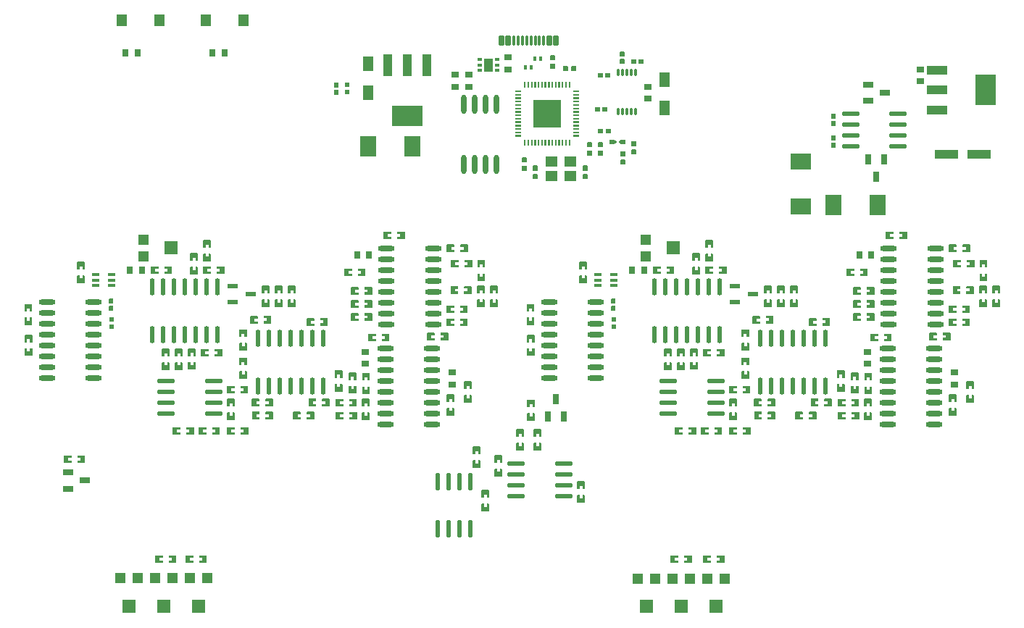
<source format=gbr>
%TF.GenerationSoftware,Altium Limited,Altium Designer,24.8.2 (39)*%
G04 Layer_Color=8421504*
%FSLAX45Y45*%
%MOMM*%
%TF.SameCoordinates,55E81912-07CE-4C71-A4AC-877ABC84EAD1*%
%TF.FilePolarity,Positive*%
%TF.FileFunction,Paste,Top*%
%TF.Part,Single*%
G01*
G75*
%TA.AperFunction,SMDPad,CuDef*%
%ADD10R,0.35001X0.55001*%
%ADD14R,1.60000X1.50000*%
%ADD15R,1.20000X1.20000*%
%ADD16R,1.20000X1.20000*%
%ADD17R,1.50000X1.60000*%
%ADD18R,1.22999X1.35999*%
%ADD19R,1.25001X0.70000*%
%ADD20R,0.70000X1.25001*%
%ADD21R,0.90000X0.40000*%
%ADD22R,1.25000X0.60000*%
%ADD24R,2.47000X0.98001*%
%ADD25R,2.47000X3.59999*%
%ADD26R,1.40000X1.20000*%
%ADD27R,3.59999X2.34000*%
%ADD28R,1.10000X2.50000*%
%ADD30R,1.29601X1.75750*%
%ADD31R,0.90000X0.80000*%
%ADD32R,0.80000X0.90000*%
%ADD33R,0.50000X0.35001*%
%ADD34R,1.00000X1.60000*%
%ADD35O,2.04500X0.58801*%
%ADD39O,0.63000X2.25001*%
%ADD40O,0.58801X2.04500*%
%ADD41O,0.30000X1.00000*%
%ADD42O,1.97099X0.60201*%
%ADD43O,0.57399X2.03799*%
%TA.AperFunction,TestPad*%
G04:AMPARAMS|DCode=44|XSize=0.6mm|YSize=1.15mm|CornerRadius=0.075mm|HoleSize=0mm|Usage=FLASHONLY|Rotation=180.000|XOffset=0mm|YOffset=0mm|HoleType=Round|Shape=RoundedRectangle|*
%AMROUNDEDRECTD44*
21,1,0.60000,1.00000,0,0,180.0*
21,1,0.45000,1.15000,0,0,180.0*
1,1,0.15000,-0.22500,0.50000*
1,1,0.15000,0.22500,0.50000*
1,1,0.15000,0.22500,-0.50000*
1,1,0.15000,-0.22500,-0.50000*
%
%ADD44ROUNDEDRECTD44*%
G04:AMPARAMS|DCode=45|XSize=0.3mm|YSize=1.15mm|CornerRadius=0.0375mm|HoleSize=0mm|Usage=FLASHONLY|Rotation=180.000|XOffset=0mm|YOffset=0mm|HoleType=Round|Shape=RoundedRectangle|*
%AMROUNDEDRECTD45*
21,1,0.30000,1.07500,0,0,180.0*
21,1,0.22500,1.15000,0,0,180.0*
1,1,0.07500,-0.11250,0.53750*
1,1,0.07500,0.11250,0.53750*
1,1,0.07500,0.11250,-0.53750*
1,1,0.07500,-0.11250,-0.53750*
%
%ADD45ROUNDEDRECTD45*%
%TA.AperFunction,SMDPad,CuDef*%
%ADD48R,1.90000X2.37599*%
%ADD49R,2.79999X1.10000*%
%ADD50R,2.37599X1.90000*%
G36*
X7431640Y7569289D02*
Y7519225D01*
X7427639Y7515225D01*
X7381640D01*
X7377640Y7519225D01*
Y7569289D01*
X7381640Y7573289D01*
X7427639D01*
X7431640Y7569289D01*
D02*
G37*
G36*
X6620901Y7524694D02*
Y7476693D01*
X6615902Y7469695D01*
X6570901D01*
X6565902Y7476693D01*
Y7524694D01*
X6570901Y7529695D01*
X6615902D01*
X6620901Y7524694D01*
D02*
G37*
G36*
X7431640Y7484224D02*
Y7434161D01*
X7427639Y7430160D01*
X7381640D01*
X7377640Y7434161D01*
Y7484224D01*
X7381640Y7488225D01*
X7427639D01*
X7431640Y7484224D01*
D02*
G37*
G36*
X7651089Y7479960D02*
Y7433961D01*
X7647089Y7429960D01*
X7597025D01*
X7593025Y7433961D01*
Y7479960D01*
X7597025Y7483961D01*
X7647089D01*
X7651089Y7479960D01*
D02*
G37*
G36*
X7566024D02*
Y7433961D01*
X7562024Y7429960D01*
X7511961D01*
X7507960Y7433961D01*
Y7479960D01*
X7511961Y7483961D01*
X7562024D01*
X7566024Y7479960D01*
D02*
G37*
G36*
X6620901Y7426693D02*
Y7378695D01*
X6615902Y7373693D01*
X6570901D01*
X6565902Y7378695D01*
Y7426693D01*
X6570901Y7433693D01*
X6615902D01*
X6620901Y7426693D01*
D02*
G37*
G36*
X6868350Y7396622D02*
Y7351621D01*
X6863349Y7346622D01*
X6815350D01*
X6808350Y7351621D01*
Y7396622D01*
X6815350Y7401621D01*
X6863349D01*
X6868350Y7396622D01*
D02*
G37*
G36*
X6772348D02*
Y7351621D01*
X6765350Y7346622D01*
X6717350D01*
X6712348Y7351621D01*
Y7396622D01*
X6717350Y7401621D01*
X6765350D01*
X6772348Y7396622D01*
D02*
G37*
G36*
X7267486Y7320420D02*
Y7274420D01*
X7263486Y7270420D01*
X7213422D01*
X7209422Y7274420D01*
Y7320420D01*
X7213422Y7324420D01*
X7263486D01*
X7267486Y7320420D01*
D02*
G37*
G36*
X7182421D02*
Y7274420D01*
X7178421Y7270420D01*
X7128358D01*
X7124357Y7274420D01*
Y7320420D01*
X7128358Y7324420D01*
X7178421D01*
X7182421Y7320420D01*
D02*
G37*
G36*
X4218000Y7210146D02*
Y7160082D01*
X4214000Y7156082D01*
X4168000D01*
X4164000Y7160082D01*
Y7210146D01*
X4168000Y7214146D01*
X4214000D01*
X4218000Y7210146D01*
D02*
G37*
G36*
X6798294Y7155452D02*
X6778294D01*
Y7221951D01*
X6798294D01*
Y7155452D01*
D02*
G37*
G36*
X6758315D02*
X6738315D01*
Y7221951D01*
X6758315D01*
Y7155452D01*
D02*
G37*
G36*
X6718310D02*
X6698310D01*
Y7221951D01*
X6718310D01*
Y7155452D01*
D02*
G37*
G36*
X6678305D02*
X6658305D01*
Y7221951D01*
X6678305D01*
Y7155452D01*
D02*
G37*
G36*
X6638300D02*
X6618300D01*
Y7221951D01*
X6638300D01*
Y7155452D01*
D02*
G37*
G36*
X6598295D02*
X6578295D01*
Y7221951D01*
X6598295D01*
Y7155452D01*
D02*
G37*
G36*
X6558315D02*
X6538315D01*
Y7221951D01*
X6558315D01*
Y7155452D01*
D02*
G37*
G36*
X6518310D02*
X6498310D01*
Y7221951D01*
X6518310D01*
Y7155452D01*
D02*
G37*
G36*
X6478305D02*
X6458305D01*
Y7221951D01*
X6478305D01*
Y7155452D01*
D02*
G37*
G36*
X6438300D02*
X6418300D01*
Y7221951D01*
X6438300D01*
Y7155452D01*
D02*
G37*
G36*
X6398295D02*
X6378295D01*
Y7221951D01*
X6398295D01*
Y7155452D01*
D02*
G37*
G36*
X6358315D02*
X6338315D01*
Y7221951D01*
X6358315D01*
Y7155452D01*
D02*
G37*
G36*
X6318310D02*
X6298310D01*
Y7221951D01*
X6318310D01*
Y7155452D01*
D02*
G37*
G36*
X6278305D02*
X6258305D01*
Y7221951D01*
X6278305D01*
Y7155452D01*
D02*
G37*
G36*
X4092561Y7209439D02*
Y7159376D01*
X4088560Y7155376D01*
X4042561D01*
X4038560Y7159376D01*
Y7209439D01*
X4042561Y7213440D01*
X4088560D01*
X4092561Y7209439D01*
D02*
G37*
G36*
X6902315Y7097928D02*
X6835815D01*
Y7117928D01*
X6902315D01*
Y7097928D01*
D02*
G37*
G36*
X6220807D02*
X6154308D01*
Y7117928D01*
X6220807D01*
Y7097928D01*
D02*
G37*
G36*
X4218000Y7125081D02*
Y7075018D01*
X4214000Y7071017D01*
X4168000D01*
X4164000Y7075018D01*
Y7125081D01*
X4168000Y7129082D01*
X4214000D01*
X4218000Y7125081D01*
D02*
G37*
G36*
X4092561Y7124375D02*
Y7074311D01*
X4088560Y7070311D01*
X4042561D01*
X4038560Y7074311D01*
Y7124375D01*
X4042561Y7128375D01*
X4088560D01*
X4092561Y7124375D01*
D02*
G37*
G36*
X6902315Y7057949D02*
X6835815D01*
Y7077949D01*
X6902315D01*
Y7057949D01*
D02*
G37*
G36*
X6220807D02*
X6154308D01*
Y7077949D01*
X6220807D01*
Y7057949D01*
D02*
G37*
G36*
X6902315Y7017944D02*
X6835815D01*
Y7037944D01*
X6902315D01*
Y7017944D01*
D02*
G37*
G36*
X6220807D02*
X6154308D01*
Y7037944D01*
X6220807D01*
Y7017944D01*
D02*
G37*
G36*
X6902315Y6977939D02*
X6835815D01*
Y6997939D01*
X6902315D01*
Y6977939D01*
D02*
G37*
G36*
X6220807D02*
X6154308D01*
Y6997939D01*
X6220807D01*
Y6977939D01*
D02*
G37*
G36*
X6902315Y6937934D02*
X6835815D01*
Y6957934D01*
X6902315D01*
Y6937934D01*
D02*
G37*
G36*
X6220807D02*
X6154308D01*
Y6957934D01*
X6220807D01*
Y6937934D01*
D02*
G37*
G36*
X6902315Y6897929D02*
X6835815D01*
Y6917929D01*
X6902315D01*
Y6897929D01*
D02*
G37*
G36*
X6220807D02*
X6154308D01*
Y6917929D01*
X6220807D01*
Y6897929D01*
D02*
G37*
G36*
X7231283Y6919600D02*
Y6873600D01*
X7227282Y6869600D01*
X7177219D01*
X7173219Y6873600D01*
Y6919600D01*
X7177219Y6923600D01*
X7227282D01*
X7231283Y6919600D01*
D02*
G37*
G36*
X7146218D02*
Y6873600D01*
X7142218Y6869600D01*
X7092154D01*
X7088154Y6873600D01*
Y6919600D01*
X7092154Y6923600D01*
X7142218D01*
X7146218Y6919600D01*
D02*
G37*
G36*
X6902315Y6857949D02*
X6835815D01*
Y6877949D01*
X6902315D01*
Y6857949D01*
D02*
G37*
G36*
X6220807D02*
X6154308D01*
Y6877949D01*
X6220807D01*
Y6857949D01*
D02*
G37*
G36*
X6902315Y6817944D02*
X6835815D01*
Y6837944D01*
X6902315D01*
Y6817944D01*
D02*
G37*
G36*
X6220807D02*
X6154308D01*
Y6837944D01*
X6220807D01*
Y6817944D01*
D02*
G37*
G36*
X9897000Y6844683D02*
Y6794619D01*
X9893000Y6790619D01*
X9847000D01*
X9843000Y6794619D01*
Y6844683D01*
X9847000Y6848683D01*
X9893000D01*
X9897000Y6844683D01*
D02*
G37*
G36*
X6902315Y6777939D02*
X6835815D01*
Y6797939D01*
X6902315D01*
Y6777939D01*
D02*
G37*
G36*
X6220807D02*
X6154308D01*
Y6797939D01*
X6220807D01*
Y6777939D01*
D02*
G37*
G36*
X6902315Y6737934D02*
X6835815D01*
Y6757934D01*
X6902315D01*
Y6737934D01*
D02*
G37*
G36*
X6220807D02*
X6154308D01*
Y6757934D01*
X6220807D01*
Y6737934D01*
D02*
G37*
G36*
X9897000Y6759618D02*
Y6709555D01*
X9893000Y6705554D01*
X9847000D01*
X9843000Y6709555D01*
Y6759618D01*
X9847000Y6763618D01*
X9893000D01*
X9897000Y6759618D01*
D02*
G37*
G36*
X6902315Y6697929D02*
X6835815D01*
Y6717929D01*
X6902315D01*
Y6697929D01*
D02*
G37*
G36*
X6220807D02*
X6154308D01*
Y6717929D01*
X6220807D01*
Y6697929D01*
D02*
G37*
G36*
X6688300Y6687934D02*
X6368300D01*
Y7007933D01*
X6688300D01*
Y6687934D01*
D02*
G37*
G36*
X6902315Y6657949D02*
X6835815D01*
Y6677949D01*
X6902315D01*
Y6657949D01*
D02*
G37*
G36*
X6220807D02*
X6154308D01*
Y6677949D01*
X6220807D01*
Y6657949D01*
D02*
G37*
G36*
X6902315Y6617944D02*
X6835815D01*
Y6637944D01*
X6902315D01*
Y6617944D01*
D02*
G37*
G36*
X6220807D02*
X6154308D01*
Y6637944D01*
X6220807D01*
Y6617944D01*
D02*
G37*
G36*
X7277295Y6665099D02*
Y6620098D01*
X7272294Y6615100D01*
X7224293D01*
X7217295Y6620098D01*
Y6665099D01*
X7224293Y6670098D01*
X7272294D01*
X7277295Y6665099D01*
D02*
G37*
G36*
X7181293D02*
Y6620098D01*
X7174293Y6615100D01*
X7126295D01*
X7121293Y6620098D01*
Y6665099D01*
X7126295Y6670098D01*
X7174293D01*
X7181293Y6665099D01*
D02*
G37*
G36*
X6902315Y6577939D02*
X6835815D01*
Y6597939D01*
X6902315D01*
Y6577939D01*
D02*
G37*
G36*
X6220807D02*
X6154308D01*
Y6597939D01*
X6220807D01*
Y6577939D01*
D02*
G37*
G36*
X9897000Y6590683D02*
Y6540619D01*
X9893000Y6536619D01*
X9847000D01*
X9843000Y6540619D01*
Y6590683D01*
X9847000Y6594683D01*
X9893000D01*
X9897000Y6590683D01*
D02*
G37*
G36*
X7445702Y6538600D02*
Y6492600D01*
X7441702Y6488600D01*
X7392055D01*
X7365192Y6506959D01*
Y6524241D01*
X7392055Y6542600D01*
X7441702D01*
X7445702Y6538600D01*
D02*
G37*
G36*
X7338192Y6524241D02*
Y6506959D01*
X7311329Y6488600D01*
X7261682D01*
X7257681Y6492600D01*
Y6538600D01*
X7261682Y6542600D01*
X7311329D01*
X7338192Y6524241D01*
D02*
G37*
G36*
X6798294Y6473942D02*
X6778294D01*
Y6540444D01*
X6798294D01*
Y6473942D01*
D02*
G37*
G36*
X6758315D02*
X6738315D01*
Y6540444D01*
X6758315D01*
Y6473942D01*
D02*
G37*
G36*
X6718310D02*
X6698310D01*
Y6540444D01*
X6718310D01*
Y6473942D01*
D02*
G37*
G36*
X6678305D02*
X6658305D01*
Y6540444D01*
X6678305D01*
Y6473942D01*
D02*
G37*
G36*
X6638300D02*
X6618300D01*
Y6540444D01*
X6638300D01*
Y6473942D01*
D02*
G37*
G36*
X6598295D02*
X6578295D01*
Y6540444D01*
X6598295D01*
Y6473942D01*
D02*
G37*
G36*
X6558315D02*
X6538315D01*
Y6540444D01*
X6558315D01*
Y6473942D01*
D02*
G37*
G36*
X6518310D02*
X6498310D01*
Y6540444D01*
X6518310D01*
Y6473942D01*
D02*
G37*
G36*
X6478305D02*
X6458305D01*
Y6540444D01*
X6478305D01*
Y6473942D01*
D02*
G37*
G36*
X6438300D02*
X6418300D01*
Y6540444D01*
X6438300D01*
Y6473942D01*
D02*
G37*
G36*
X6398295D02*
X6378295D01*
Y6540444D01*
X6398295D01*
Y6473942D01*
D02*
G37*
G36*
X6358315D02*
X6338315D01*
Y6540444D01*
X6358315D01*
Y6473942D01*
D02*
G37*
G36*
X6318310D02*
X6298310D01*
Y6540444D01*
X6318310D01*
Y6473942D01*
D02*
G37*
G36*
X6278305D02*
X6258305D01*
Y6540444D01*
X6278305D01*
Y6473942D01*
D02*
G37*
G36*
X7566938Y6522908D02*
Y6474909D01*
X7561939Y6467909D01*
X7516938D01*
X7511939Y6474909D01*
Y6522908D01*
X7516938Y6527909D01*
X7561939D01*
X7566938Y6522908D01*
D02*
G37*
G36*
X7179698Y6508689D02*
Y6460690D01*
X7174699Y6453690D01*
X7129698D01*
X7124699Y6460690D01*
Y6508689D01*
X7129698Y6513690D01*
X7174699D01*
X7179698Y6508689D01*
D02*
G37*
G36*
X7052698D02*
Y6460690D01*
X7047699Y6453690D01*
X7002698D01*
X6997699Y6460690D01*
Y6508689D01*
X7002698Y6513690D01*
X7047699D01*
X7052698Y6508689D01*
D02*
G37*
G36*
X9897000Y6505618D02*
Y6455555D01*
X9893000Y6451554D01*
X9847000D01*
X9843000Y6455555D01*
Y6505618D01*
X9847000Y6509618D01*
X9893000D01*
X9897000Y6505618D01*
D02*
G37*
G36*
X7566938Y6424909D02*
Y6376909D01*
X7561939Y6371907D01*
X7516938D01*
X7511939Y6376909D01*
Y6424909D01*
X7516938Y6431907D01*
X7561939D01*
X7566938Y6424909D01*
D02*
G37*
G36*
X7179698Y6410691D02*
Y6362690D01*
X7174699Y6357688D01*
X7129698D01*
X7124699Y6362690D01*
Y6410691D01*
X7129698Y6417688D01*
X7174699D01*
X7179698Y6410691D01*
D02*
G37*
G36*
X7052698D02*
Y6362690D01*
X7047699Y6357688D01*
X7002698D01*
X6997699Y6362690D01*
Y6410691D01*
X7002698Y6417688D01*
X7047699D01*
X7052698Y6410691D01*
D02*
G37*
G36*
X7442478Y6403528D02*
Y6355529D01*
X7437479Y6348529D01*
X7392478D01*
X7387479Y6355529D01*
Y6403528D01*
X7392478Y6408529D01*
X7437479D01*
X7442478Y6403528D01*
D02*
G37*
G36*
X6290698Y6330889D02*
Y6282890D01*
X6285699Y6275890D01*
X6240698D01*
X6235699Y6282890D01*
Y6330889D01*
X6240698Y6335890D01*
X6285699D01*
X6290698Y6330889D01*
D02*
G37*
G36*
X7442478Y6305529D02*
Y6257529D01*
X7437479Y6252527D01*
X7392478D01*
X7387479Y6257529D01*
Y6305529D01*
X7392478Y6312527D01*
X7437479D01*
X7442478Y6305529D01*
D02*
G37*
G36*
X7001901Y6236711D02*
Y6188710D01*
X6996902Y6181712D01*
X6951901D01*
X6946902Y6188710D01*
Y6236711D01*
X6951901Y6241712D01*
X6996902D01*
X7001901Y6236711D01*
D02*
G37*
G36*
X6417698Y6236706D02*
Y6188707D01*
X6412699Y6181707D01*
X6367698D01*
X6362699Y6188707D01*
Y6236706D01*
X6367698Y6241707D01*
X6412699D01*
X6417698Y6236706D01*
D02*
G37*
G36*
X6290698Y6232891D02*
Y6184890D01*
X6285699Y6179888D01*
X6240698D01*
X6235699Y6184890D01*
Y6232891D01*
X6240698Y6239888D01*
X6285699D01*
X6290698Y6232891D01*
D02*
G37*
G36*
X7001901Y6138710D02*
Y6090711D01*
X6996902Y6085710D01*
X6951901D01*
X6946902Y6090711D01*
Y6138710D01*
X6951901Y6145710D01*
X6996902D01*
X7001901Y6138710D01*
D02*
G37*
G36*
X6417698Y6138707D02*
Y6090706D01*
X6412699Y6085705D01*
X6367698D01*
X6362699Y6090706D01*
Y6138707D01*
X6367698Y6145705D01*
X6412699D01*
X6417698Y6138707D01*
D02*
G37*
G36*
X10572963Y5463403D02*
Y5439199D01*
X10535963D01*
Y5406199D01*
X10572963D01*
Y5383403D01*
X10567962Y5378401D01*
X10487962D01*
X10482963Y5383403D01*
Y5463403D01*
X10487962Y5468401D01*
X10567962D01*
X10572963Y5463403D01*
D02*
G37*
G36*
X4705563D02*
Y5439199D01*
X4668563D01*
Y5406199D01*
X4705563D01*
Y5383403D01*
X4700562Y5378401D01*
X4620562D01*
X4615563Y5383403D01*
Y5463403D01*
X4620562Y5468401D01*
X4700562D01*
X4705563Y5463403D01*
D02*
G37*
G36*
X10731964Y5463398D02*
Y5383398D01*
X10726966Y5378399D01*
X10646966D01*
X10641964Y5383398D01*
Y5407601D01*
X10678965D01*
Y5440601D01*
X10641964D01*
Y5463398D01*
X10646966Y5468399D01*
X10726966D01*
X10731964Y5463398D01*
D02*
G37*
G36*
X4864564D02*
Y5383398D01*
X4859566Y5378399D01*
X4779566D01*
X4774564Y5383398D01*
Y5407601D01*
X4811565D01*
Y5440601D01*
X4774564D01*
Y5463398D01*
X4779566Y5468399D01*
X4859566D01*
X4864564Y5463398D01*
D02*
G37*
G36*
X8467201Y5365966D02*
Y5285966D01*
X8462203Y5280965D01*
X8437999D01*
Y5317965D01*
X8404999D01*
Y5280965D01*
X8382203D01*
X8377201Y5285966D01*
Y5365966D01*
X8382203Y5370964D01*
X8462203D01*
X8467201Y5365966D01*
D02*
G37*
G36*
X2599801D02*
Y5285966D01*
X2594803Y5280965D01*
X2570599D01*
Y5317965D01*
X2537599D01*
Y5280965D01*
X2514803D01*
X2509801Y5285966D01*
Y5365966D01*
X2514803Y5370964D01*
X2594803D01*
X2599801Y5365966D01*
D02*
G37*
G36*
X11312591Y5313742D02*
Y5289539D01*
X11275590D01*
Y5256539D01*
X11312591D01*
Y5233742D01*
X11307589Y5228741D01*
X11227589D01*
X11222591Y5233742D01*
Y5313742D01*
X11227589Y5318741D01*
X11307589D01*
X11312591Y5313742D01*
D02*
G37*
G36*
X5445191D02*
Y5289539D01*
X5408190D01*
Y5256539D01*
X5445191D01*
Y5233742D01*
X5440189Y5228741D01*
X5360189D01*
X5355191Y5233742D01*
Y5313742D01*
X5360189Y5318741D01*
X5440189D01*
X5445191Y5313742D01*
D02*
G37*
G36*
X11471592Y5313737D02*
Y5233737D01*
X11466593Y5228739D01*
X11386593D01*
X11381592Y5233737D01*
Y5257941D01*
X11418592D01*
Y5290941D01*
X11381592D01*
Y5313737D01*
X11386593Y5318738D01*
X11466593D01*
X11471592Y5313737D01*
D02*
G37*
G36*
X5604192D02*
Y5233737D01*
X5599193Y5228739D01*
X5519193D01*
X5514192Y5233737D01*
Y5257941D01*
X5551192D01*
Y5290941D01*
X5514192D01*
Y5313737D01*
X5519193Y5318738D01*
X5599193D01*
X5604192Y5313737D01*
D02*
G37*
G36*
X8467199Y5206962D02*
Y5126962D01*
X8462197Y5121963D01*
X8382198D01*
X8377199Y5126962D01*
Y5206962D01*
X8382198Y5211963D01*
X8406401D01*
Y5174963D01*
X8439401D01*
Y5211963D01*
X8462197D01*
X8467199Y5206962D01*
D02*
G37*
G36*
X2599799D02*
Y5126962D01*
X2594797Y5121963D01*
X2514798D01*
X2509799Y5126962D01*
Y5206962D01*
X2514798Y5211963D01*
X2539001D01*
Y5174963D01*
X2572001D01*
Y5211963D01*
X2594797D01*
X2599799Y5206962D01*
D02*
G37*
G36*
X8314801Y5211838D02*
Y5131839D01*
X8309803Y5126837D01*
X8285599D01*
Y5163838D01*
X8252599D01*
Y5126837D01*
X8229803D01*
X8224801Y5131839D01*
Y5211838D01*
X8229803Y5216837D01*
X8309803D01*
X8314801Y5211838D01*
D02*
G37*
G36*
X2447401D02*
Y5131839D01*
X2442403Y5126837D01*
X2418199D01*
Y5163838D01*
X2385199D01*
Y5126837D01*
X2362403D01*
X2357401Y5131839D01*
Y5211838D01*
X2362403Y5216837D01*
X2442403D01*
X2447401Y5211838D01*
D02*
G37*
G36*
X11360363Y5133203D02*
Y5108999D01*
X11323363D01*
Y5075999D01*
X11360363D01*
Y5053203D01*
X11355362Y5048201D01*
X11275362D01*
X11270363Y5053203D01*
Y5133203D01*
X11275362Y5138201D01*
X11355362D01*
X11360363Y5133203D01*
D02*
G37*
G36*
X5492963D02*
Y5108999D01*
X5455963D01*
Y5075999D01*
X5492963D01*
Y5053203D01*
X5487962Y5048201D01*
X5407962D01*
X5402963Y5053203D01*
Y5133203D01*
X5407962Y5138201D01*
X5487962D01*
X5492963Y5133203D01*
D02*
G37*
G36*
X11519364Y5133198D02*
Y5053198D01*
X11514366Y5048199D01*
X11434366D01*
X11429364Y5053198D01*
Y5077401D01*
X11466365D01*
Y5110401D01*
X11429364D01*
Y5133198D01*
X11434366Y5138199D01*
X11514366D01*
X11519364Y5133198D01*
D02*
G37*
G36*
X5651964D02*
Y5053198D01*
X5646966Y5048199D01*
X5566966D01*
X5561964Y5053198D01*
Y5077401D01*
X5598965D01*
Y5110401D01*
X5561964D01*
Y5133198D01*
X5566966Y5138199D01*
X5646966D01*
X5651964Y5133198D01*
D02*
G37*
G36*
X11670341Y5132611D02*
Y5052611D01*
X11665342Y5047610D01*
X11641139D01*
Y5084610D01*
X11608139D01*
Y5047610D01*
X11585342D01*
X11580341Y5052611D01*
Y5132611D01*
X11585342Y5137609D01*
X11665342D01*
X11670341Y5132611D01*
D02*
G37*
G36*
X5802941D02*
Y5052611D01*
X5797942Y5047610D01*
X5773739D01*
Y5084610D01*
X5740739D01*
Y5047610D01*
X5717942D01*
X5712941Y5052611D01*
Y5132611D01*
X5717942Y5137609D01*
X5797942D01*
X5802941Y5132611D01*
D02*
G37*
G36*
X6994001Y5111966D02*
Y5031966D01*
X6989003Y5026965D01*
X6964799D01*
Y5063965D01*
X6931799D01*
Y5026965D01*
X6909003D01*
X6904001Y5031966D01*
Y5111966D01*
X6909003Y5116964D01*
X6989003D01*
X6994001Y5111966D01*
D02*
G37*
G36*
X1126601D02*
Y5031966D01*
X1121603Y5026965D01*
X1097399D01*
Y5063965D01*
X1064399D01*
Y5026965D01*
X1041603D01*
X1036601Y5031966D01*
Y5111966D01*
X1041603Y5116964D01*
X1121603D01*
X1126601Y5111966D01*
D02*
G37*
G36*
X8314799Y5052834D02*
Y4972835D01*
X8309797Y4967836D01*
X8229798D01*
X8224799Y4972835D01*
Y5052834D01*
X8229798Y5057836D01*
X8254001D01*
Y5020836D01*
X8287001D01*
Y5057836D01*
X8309797D01*
X8314799Y5052834D01*
D02*
G37*
G36*
X2447399D02*
Y4972835D01*
X2442397Y4967836D01*
X2362398D01*
X2357399Y4972835D01*
Y5052834D01*
X2362398Y5057836D01*
X2386601D01*
Y5020836D01*
X2419601D01*
Y5057836D01*
X2442397D01*
X2447399Y5052834D01*
D02*
G37*
G36*
X8464763Y5057003D02*
Y5032799D01*
X8427763D01*
Y4999799D01*
X8464763D01*
Y4977003D01*
X8459762Y4972001D01*
X8379762D01*
X8374763Y4977003D01*
Y5057003D01*
X8379762Y5062001D01*
X8459762D01*
X8464763Y5057003D01*
D02*
G37*
G36*
X7853436D02*
Y5032799D01*
X7816435D01*
Y4999799D01*
X7853436D01*
Y4977003D01*
X7848434Y4972001D01*
X7768435D01*
X7763436Y4977003D01*
Y5057003D01*
X7768435Y5062001D01*
X7848434D01*
X7853436Y5057003D01*
D02*
G37*
G36*
X2597363D02*
Y5032799D01*
X2560363D01*
Y4999799D01*
X2597363D01*
Y4977003D01*
X2592362Y4972001D01*
X2512362D01*
X2507363Y4977003D01*
Y5057003D01*
X2512362Y5062001D01*
X2592362D01*
X2597363Y5057003D01*
D02*
G37*
G36*
X1986036D02*
Y5032799D01*
X1949035D01*
Y4999799D01*
X1986036D01*
Y4977003D01*
X1981034Y4972001D01*
X1901035D01*
X1896036Y4977003D01*
Y5057003D01*
X1901035Y5062001D01*
X1981034D01*
X1986036Y5057003D01*
D02*
G37*
G36*
X8623764Y5056998D02*
Y4976998D01*
X8618766Y4971999D01*
X8538766D01*
X8533764Y4976998D01*
Y5001201D01*
X8570765D01*
Y5034201D01*
X8533764D01*
Y5056998D01*
X8538766Y5061999D01*
X8618766D01*
X8623764Y5056998D01*
D02*
G37*
G36*
X8012437D02*
Y4976998D01*
X8007438Y4971999D01*
X7927439D01*
X7922437Y4976998D01*
Y5001201D01*
X7959437D01*
Y5034201D01*
X7922437D01*
Y5056998D01*
X7927439Y5061999D01*
X8007438D01*
X8012437Y5056998D01*
D02*
G37*
G36*
X2756364D02*
Y4976998D01*
X2751366Y4971999D01*
X2671366D01*
X2666364Y4976998D01*
Y5001201D01*
X2703365D01*
Y5034201D01*
X2666364D01*
Y5056998D01*
X2671366Y5061999D01*
X2751366D01*
X2756364Y5056998D01*
D02*
G37*
G36*
X2145037D02*
Y4976998D01*
X2140038Y4971999D01*
X2060039D01*
X2055037Y4976998D01*
Y5001201D01*
X2092037D01*
Y5034201D01*
X2055037D01*
Y5056998D01*
X2060039Y5061999D01*
X2140038D01*
X2145037Y5056998D01*
D02*
G37*
G36*
X10114036Y5031603D02*
Y5007399D01*
X10077035D01*
Y4974399D01*
X10114036D01*
Y4951603D01*
X10109034Y4946601D01*
X10029035D01*
X10024036Y4951603D01*
Y5031603D01*
X10029035Y5036601D01*
X10109034D01*
X10114036Y5031603D01*
D02*
G37*
G36*
X4246636D02*
Y5007399D01*
X4209635D01*
Y4974399D01*
X4246636D01*
Y4951603D01*
X4241634Y4946601D01*
X4161635D01*
X4156636Y4951603D01*
Y5031603D01*
X4161635Y5036601D01*
X4241634D01*
X4246636Y5031603D01*
D02*
G37*
G36*
X10273037Y5031598D02*
Y4951598D01*
X10268038Y4946599D01*
X10188039D01*
X10183037Y4951598D01*
Y4975801D01*
X10220037D01*
Y5008801D01*
X10183037D01*
Y5031598D01*
X10188039Y5036599D01*
X10268038D01*
X10273037Y5031598D01*
D02*
G37*
G36*
X4405637D02*
Y4951598D01*
X4400638Y4946599D01*
X4320639D01*
X4315637Y4951598D01*
Y4975801D01*
X4352637D01*
Y5008801D01*
X4315637D01*
Y5031598D01*
X4320639Y5036599D01*
X4400638D01*
X4405637Y5031598D01*
D02*
G37*
G36*
X11670338Y4973607D02*
Y4893607D01*
X11665337Y4888608D01*
X11585337D01*
X11580339Y4893607D01*
Y4973607D01*
X11585337Y4978608D01*
X11609541D01*
Y4941608D01*
X11642541D01*
Y4978608D01*
X11665337D01*
X11670338Y4973607D01*
D02*
G37*
G36*
X5802938D02*
Y4893607D01*
X5797937Y4888608D01*
X5717937D01*
X5712939Y4893607D01*
Y4973607D01*
X5717937Y4978608D01*
X5742141D01*
Y4941608D01*
X5775141D01*
Y4978608D01*
X5797937D01*
X5802938Y4973607D01*
D02*
G37*
G36*
X6993999Y4952962D02*
Y4872962D01*
X6988997Y4867963D01*
X6908998D01*
X6903999Y4872962D01*
Y4952962D01*
X6908998Y4957963D01*
X6933201D01*
Y4920963D01*
X6966201D01*
Y4957963D01*
X6988997D01*
X6993999Y4952962D01*
D02*
G37*
G36*
X1126599D02*
Y4872962D01*
X1121597Y4867963D01*
X1041598D01*
X1036599Y4872962D01*
Y4952962D01*
X1041598Y4957963D01*
X1065801D01*
Y4920963D01*
X1098801D01*
Y4957963D01*
X1121597D01*
X1126599Y4952962D01*
D02*
G37*
G36*
X11667601Y4832566D02*
Y4752566D01*
X11662603Y4747565D01*
X11638399D01*
Y4784565D01*
X11605399D01*
Y4747565D01*
X11582603D01*
X11577601Y4752566D01*
Y4832566D01*
X11582603Y4837564D01*
X11662603D01*
X11667601Y4832566D01*
D02*
G37*
G36*
X5800201D02*
Y4752566D01*
X5795203Y4747565D01*
X5770999D01*
Y4784565D01*
X5737999D01*
Y4747565D01*
X5715203D01*
X5710201Y4752566D01*
Y4832566D01*
X5715203Y4837564D01*
X5795203D01*
X5800201Y4832566D01*
D02*
G37*
G36*
X11820001Y4830838D02*
Y4750839D01*
X11815003Y4745837D01*
X11790799D01*
Y4782838D01*
X11757799D01*
Y4745837D01*
X11735003D01*
X11730001Y4750839D01*
Y4830838D01*
X11735003Y4835837D01*
X11815003D01*
X11820001Y4830838D01*
D02*
G37*
G36*
X9457801D02*
Y4750839D01*
X9452803Y4745837D01*
X9428599D01*
Y4782838D01*
X9395599D01*
Y4745837D01*
X9372803D01*
X9367801Y4750839D01*
Y4830838D01*
X9372803Y4835837D01*
X9452803D01*
X9457801Y4830838D01*
D02*
G37*
G36*
X9305401D02*
Y4750839D01*
X9300403Y4745837D01*
X9276199D01*
Y4782838D01*
X9243199D01*
Y4745837D01*
X9220403D01*
X9215401Y4750839D01*
Y4830838D01*
X9220403Y4835837D01*
X9300403D01*
X9305401Y4830838D01*
D02*
G37*
G36*
X9153001D02*
Y4750839D01*
X9148003Y4745837D01*
X9123799D01*
Y4782838D01*
X9090799D01*
Y4745837D01*
X9068003D01*
X9063001Y4750839D01*
Y4830838D01*
X9068003Y4835837D01*
X9148003D01*
X9153001Y4830838D01*
D02*
G37*
G36*
X5952601D02*
Y4750839D01*
X5947603Y4745837D01*
X5923399D01*
Y4782838D01*
X5890399D01*
Y4745837D01*
X5867603D01*
X5862601Y4750839D01*
Y4830838D01*
X5867603Y4835837D01*
X5947603D01*
X5952601Y4830838D01*
D02*
G37*
G36*
X3590401D02*
Y4750839D01*
X3585403Y4745837D01*
X3561199D01*
Y4782838D01*
X3528199D01*
Y4745837D01*
X3505403D01*
X3500401Y4750839D01*
Y4830838D01*
X3505403Y4835837D01*
X3585403D01*
X3590401Y4830838D01*
D02*
G37*
G36*
X3438001D02*
Y4750839D01*
X3433003Y4745837D01*
X3408799D01*
Y4782838D01*
X3375799D01*
Y4745837D01*
X3353003D01*
X3348001Y4750839D01*
Y4830838D01*
X3353003Y4835837D01*
X3433003D01*
X3438001Y4830838D01*
D02*
G37*
G36*
X3285601D02*
Y4750839D01*
X3280603Y4745837D01*
X3256399D01*
Y4782838D01*
X3223399D01*
Y4745837D01*
X3200603D01*
X3195601Y4750839D01*
Y4830838D01*
X3200603Y4835837D01*
X3280603D01*
X3285601Y4830838D01*
D02*
G37*
G36*
X11355608Y4825663D02*
Y4801459D01*
X11318608D01*
Y4768460D01*
X11355608D01*
Y4745663D01*
X11350607Y4740662D01*
X11270607D01*
X11265608Y4745663D01*
Y4825663D01*
X11270607Y4830662D01*
X11350607D01*
X11355608Y4825663D01*
D02*
G37*
G36*
X5488208D02*
Y4801459D01*
X5451208D01*
Y4768460D01*
X5488208D01*
Y4745663D01*
X5483207Y4740662D01*
X5403207D01*
X5398208Y4745663D01*
Y4825663D01*
X5403207Y4830662D01*
X5483207D01*
X5488208Y4825663D01*
D02*
G37*
G36*
X11514609Y4825658D02*
Y4745658D01*
X11509611Y4740659D01*
X11429611D01*
X11424610Y4745658D01*
Y4769862D01*
X11461610D01*
Y4802861D01*
X11424610D01*
Y4825658D01*
X11429611Y4830659D01*
X11509611D01*
X11514609Y4825658D01*
D02*
G37*
G36*
X5647209D02*
Y4745658D01*
X5642211Y4740659D01*
X5562211D01*
X5557210Y4745658D01*
Y4769862D01*
X5594210D01*
Y4802861D01*
X5557210D01*
Y4825658D01*
X5562211Y4830659D01*
X5642211D01*
X5647209Y4825658D01*
D02*
G37*
G36*
X10191963Y4815703D02*
Y4791499D01*
X10154963D01*
Y4758499D01*
X10191963D01*
Y4735703D01*
X10186962Y4730701D01*
X10106962D01*
X10101963Y4735703D01*
Y4815703D01*
X10106962Y4820701D01*
X10186962D01*
X10191963Y4815703D01*
D02*
G37*
G36*
X4324563D02*
Y4791499D01*
X4287563D01*
Y4758499D01*
X4324563D01*
Y4735703D01*
X4319562Y4730701D01*
X4239562D01*
X4234563Y4735703D01*
Y4815703D01*
X4239562Y4820701D01*
X4319562D01*
X4324563Y4815703D01*
D02*
G37*
G36*
X10350964Y4815698D02*
Y4735698D01*
X10345966Y4730699D01*
X10265966D01*
X10260964Y4735698D01*
Y4759901D01*
X10297965D01*
Y4792901D01*
X10260964D01*
Y4815698D01*
X10265966Y4820699D01*
X10345966D01*
X10350964Y4815698D01*
D02*
G37*
G36*
X4483564D02*
Y4735698D01*
X4478566Y4730699D01*
X4398566D01*
X4393564Y4735698D01*
Y4759901D01*
X4430565D01*
Y4792901D01*
X4393564D01*
Y4815698D01*
X4398566Y4820699D01*
X4478566D01*
X4483564Y4815698D01*
D02*
G37*
G36*
X11667599Y4673562D02*
Y4593562D01*
X11662597Y4588563D01*
X11582598D01*
X11577599Y4593562D01*
Y4673562D01*
X11582598Y4678563D01*
X11606801D01*
Y4641563D01*
X11639801D01*
Y4678563D01*
X11662597D01*
X11667599Y4673562D01*
D02*
G37*
G36*
X5800199D02*
Y4593562D01*
X5795197Y4588563D01*
X5715198D01*
X5710199Y4593562D01*
Y4673562D01*
X5715198Y4678563D01*
X5739401D01*
Y4641563D01*
X5772401D01*
Y4678563D01*
X5795197D01*
X5800199Y4673562D01*
D02*
G37*
G36*
X11819999Y4671834D02*
Y4591835D01*
X11814997Y4586836D01*
X11734998D01*
X11729999Y4591835D01*
Y4671834D01*
X11734998Y4676836D01*
X11759201D01*
Y4639836D01*
X11792201D01*
Y4676836D01*
X11814997D01*
X11819999Y4671834D01*
D02*
G37*
G36*
X9457799D02*
Y4591835D01*
X9452797Y4586836D01*
X9372798D01*
X9367799Y4591835D01*
Y4671834D01*
X9372798Y4676836D01*
X9397001D01*
Y4639836D01*
X9430001D01*
Y4676836D01*
X9452797D01*
X9457799Y4671834D01*
D02*
G37*
G36*
X9305399D02*
Y4591835D01*
X9300397Y4586836D01*
X9220398D01*
X9215399Y4591835D01*
Y4671834D01*
X9220398Y4676836D01*
X9244601D01*
Y4639836D01*
X9277601D01*
Y4676836D01*
X9300397D01*
X9305399Y4671834D01*
D02*
G37*
G36*
X9152999D02*
Y4591835D01*
X9147997Y4586836D01*
X9067998D01*
X9062999Y4591835D01*
Y4671834D01*
X9067998Y4676836D01*
X9092201D01*
Y4639836D01*
X9125201D01*
Y4676836D01*
X9147997D01*
X9152999Y4671834D01*
D02*
G37*
G36*
X5952599D02*
Y4591835D01*
X5947597Y4586836D01*
X5867598D01*
X5862599Y4591835D01*
Y4671834D01*
X5867598Y4676836D01*
X5891801D01*
Y4639836D01*
X5924801D01*
Y4676836D01*
X5947597D01*
X5952599Y4671834D01*
D02*
G37*
G36*
X3590399D02*
Y4591835D01*
X3585397Y4586836D01*
X3505398D01*
X3500399Y4591835D01*
Y4671834D01*
X3505398Y4676836D01*
X3529601D01*
Y4639836D01*
X3562601D01*
Y4676836D01*
X3585397D01*
X3590399Y4671834D01*
D02*
G37*
G36*
X3437999D02*
Y4591835D01*
X3432997Y4586836D01*
X3352998D01*
X3347999Y4591835D01*
Y4671834D01*
X3352998Y4676836D01*
X3377201D01*
Y4639836D01*
X3410201D01*
Y4676836D01*
X3432997D01*
X3437999Y4671834D01*
D02*
G37*
G36*
X3285599D02*
Y4591835D01*
X3280597Y4586836D01*
X3200598D01*
X3195599Y4591835D01*
Y4671834D01*
X3200598Y4676836D01*
X3224801D01*
Y4639836D01*
X3257801D01*
Y4676836D01*
X3280597D01*
X3285599Y4671834D01*
D02*
G37*
G36*
X7328297Y4681840D02*
Y4631776D01*
X7324297Y4627776D01*
X7278297D01*
X7274297Y4631776D01*
Y4681840D01*
X7278297Y4685840D01*
X7324297D01*
X7328297Y4681840D01*
D02*
G37*
G36*
X1460897D02*
Y4631776D01*
X1456897Y4627776D01*
X1410897D01*
X1406897Y4631776D01*
Y4681840D01*
X1410897Y4685840D01*
X1456897D01*
X1460897Y4681840D01*
D02*
G37*
G36*
X10191963Y4663303D02*
Y4639099D01*
X10154963D01*
Y4606099D01*
X10191963D01*
Y4583303D01*
X10186962Y4578301D01*
X10106962D01*
X10101963Y4583303D01*
Y4663303D01*
X10106962Y4668301D01*
X10186962D01*
X10191963Y4663303D01*
D02*
G37*
G36*
X4324563D02*
Y4639099D01*
X4287563D01*
Y4606099D01*
X4324563D01*
Y4583303D01*
X4319562Y4578301D01*
X4239562D01*
X4234563Y4583303D01*
Y4663303D01*
X4239562Y4668301D01*
X4319562D01*
X4324563Y4663303D01*
D02*
G37*
G36*
X10350964Y4663298D02*
Y4583298D01*
X10345966Y4578299D01*
X10265966D01*
X10260964Y4583298D01*
Y4607501D01*
X10297965D01*
Y4640501D01*
X10260964D01*
Y4663298D01*
X10265966Y4668299D01*
X10345966D01*
X10350964Y4663298D01*
D02*
G37*
G36*
X4483564D02*
Y4583298D01*
X4478566Y4578299D01*
X4398566D01*
X4393564Y4583298D01*
Y4607501D01*
X4430565D01*
Y4640501D01*
X4393564D01*
Y4663298D01*
X4398566Y4668299D01*
X4478566D01*
X4483564Y4663298D01*
D02*
G37*
G36*
X7328297Y4596775D02*
Y4546712D01*
X7324297Y4542711D01*
X7278297D01*
X7274297Y4546712D01*
Y4596775D01*
X7278297Y4600775D01*
X7324297D01*
X7328297Y4596775D01*
D02*
G37*
G36*
X1460897D02*
Y4546712D01*
X1456897Y4542711D01*
X1410897D01*
X1406897Y4546712D01*
Y4596775D01*
X1410897Y4600775D01*
X1456897D01*
X1460897Y4596775D01*
D02*
G37*
G36*
X6378358Y4618187D02*
Y4538187D01*
X6373360Y4533186D01*
X6349156D01*
Y4570186D01*
X6316156D01*
Y4533186D01*
X6293360D01*
X6288359Y4538187D01*
Y4618187D01*
X6293360Y4623186D01*
X6373360D01*
X6378358Y4618187D01*
D02*
G37*
G36*
X510958D02*
Y4538187D01*
X505960Y4533186D01*
X481756D01*
Y4570186D01*
X448756D01*
Y4533186D01*
X425960D01*
X420959Y4538187D01*
Y4618187D01*
X425960Y4623186D01*
X505960D01*
X510958Y4618187D01*
D02*
G37*
G36*
X11307836Y4599803D02*
Y4575599D01*
X11270835D01*
Y4542599D01*
X11307836D01*
Y4519803D01*
X11302834Y4514801D01*
X11222835D01*
X11217836Y4519803D01*
Y4599803D01*
X11222835Y4604801D01*
X11302834D01*
X11307836Y4599803D01*
D02*
G37*
G36*
X5440436D02*
Y4575599D01*
X5403435D01*
Y4542599D01*
X5440436D01*
Y4519803D01*
X5435434Y4514801D01*
X5355435D01*
X5350436Y4519803D01*
Y4599803D01*
X5355435Y4604801D01*
X5435434D01*
X5440436Y4599803D01*
D02*
G37*
G36*
X11466837Y4599798D02*
Y4519798D01*
X11461838Y4514799D01*
X11381839D01*
X11376837Y4519798D01*
Y4544001D01*
X11413837D01*
Y4577001D01*
X11376837D01*
Y4599798D01*
X11381839Y4604799D01*
X11461838D01*
X11466837Y4599798D01*
D02*
G37*
G36*
X5599437D02*
Y4519798D01*
X5594438Y4514799D01*
X5514439D01*
X5509437Y4519798D01*
Y4544001D01*
X5546437D01*
Y4577001D01*
X5509437D01*
Y4599798D01*
X5514439Y4604799D01*
X5594438D01*
X5599437Y4599798D01*
D02*
G37*
G36*
X6378356Y4459183D02*
Y4379183D01*
X6373355Y4374185D01*
X6293355D01*
X6288356Y4379183D01*
Y4459183D01*
X6293355Y4464184D01*
X6317558D01*
Y4427184D01*
X6350558D01*
Y4464184D01*
X6373355D01*
X6378356Y4459183D01*
D02*
G37*
G36*
X510956D02*
Y4379183D01*
X505955Y4374185D01*
X425955D01*
X420956Y4379183D01*
Y4459183D01*
X425955Y4464184D01*
X450158D01*
Y4427184D01*
X483158D01*
Y4464184D01*
X505955D01*
X510956Y4459183D01*
D02*
G37*
G36*
X10191963Y4510903D02*
Y4486699D01*
X10154963D01*
Y4453699D01*
X10191963D01*
Y4430903D01*
X10186962Y4425901D01*
X10106962D01*
X10101963Y4430903D01*
Y4510903D01*
X10106962Y4515901D01*
X10186962D01*
X10191963Y4510903D01*
D02*
G37*
G36*
X4324563D02*
Y4486699D01*
X4287563D01*
Y4453699D01*
X4324563D01*
Y4430903D01*
X4319562Y4425901D01*
X4239562D01*
X4234563Y4430903D01*
Y4510903D01*
X4239562Y4515901D01*
X4319562D01*
X4324563Y4510903D01*
D02*
G37*
G36*
X10350964Y4510898D02*
Y4430898D01*
X10345966Y4425899D01*
X10265966D01*
X10260964Y4430898D01*
Y4455101D01*
X10297965D01*
Y4488101D01*
X10260964D01*
Y4510898D01*
X10265966Y4515899D01*
X10345966D01*
X10350964Y4510898D01*
D02*
G37*
G36*
X4483564D02*
Y4430898D01*
X4478566Y4425899D01*
X4398566D01*
X4393564Y4430898D01*
Y4455101D01*
X4430565D01*
Y4488101D01*
X4393564D01*
Y4510898D01*
X4398566Y4515899D01*
X4478566D01*
X4483564Y4510898D01*
D02*
G37*
G36*
X7331600Y4467446D02*
Y4417382D01*
X7327600Y4413382D01*
X7281600D01*
X7277600Y4417382D01*
Y4467446D01*
X7281600Y4471446D01*
X7327600D01*
X7331600Y4467446D01*
D02*
G37*
G36*
X1464200D02*
Y4417382D01*
X1460200Y4413382D01*
X1414200D01*
X1410200Y4417382D01*
Y4467446D01*
X1414200Y4471446D01*
X1460200D01*
X1464200Y4467446D01*
D02*
G37*
G36*
X9013891Y4478082D02*
Y4453879D01*
X8976890D01*
Y4420879D01*
X9013891D01*
Y4398082D01*
X9008889Y4393081D01*
X8928889D01*
X8923891Y4398082D01*
Y4478082D01*
X8928889Y4483081D01*
X9008889D01*
X9013891Y4478082D01*
D02*
G37*
G36*
X3146491D02*
Y4453879D01*
X3109490D01*
Y4420879D01*
X3146491D01*
Y4398082D01*
X3141489Y4393081D01*
X3061489D01*
X3056491Y4398082D01*
Y4478082D01*
X3061489Y4483081D01*
X3141489D01*
X3146491Y4478082D01*
D02*
G37*
G36*
X9172892Y4478077D02*
Y4398077D01*
X9167893Y4393079D01*
X9087893D01*
X9082892Y4398077D01*
Y4422281D01*
X9119892D01*
Y4455281D01*
X9082892D01*
Y4478077D01*
X9087893Y4483078D01*
X9167893D01*
X9172892Y4478077D01*
D02*
G37*
G36*
X3305492D02*
Y4398077D01*
X3300493Y4393079D01*
X3220493D01*
X3215492Y4398077D01*
Y4422281D01*
X3252492D01*
Y4455281D01*
X3215492D01*
Y4478077D01*
X3220493Y4483078D01*
X3300493D01*
X3305492Y4478077D01*
D02*
G37*
G36*
X9674291Y4452682D02*
Y4428479D01*
X9637290D01*
Y4395479D01*
X9674291D01*
Y4372682D01*
X9669289Y4367681D01*
X9589289D01*
X9584291Y4372682D01*
Y4452682D01*
X9589289Y4457681D01*
X9669289D01*
X9674291Y4452682D01*
D02*
G37*
G36*
X3806891D02*
Y4428479D01*
X3769890D01*
Y4395479D01*
X3806891D01*
Y4372682D01*
X3801889Y4367681D01*
X3721889D01*
X3716891Y4372682D01*
Y4452682D01*
X3721889Y4457681D01*
X3801889D01*
X3806891Y4452682D01*
D02*
G37*
G36*
X9833292Y4452677D02*
Y4372677D01*
X9828293Y4367679D01*
X9748293D01*
X9743292Y4372677D01*
Y4396881D01*
X9780292D01*
Y4429881D01*
X9743292D01*
Y4452677D01*
X9748293Y4457678D01*
X9828293D01*
X9833292Y4452677D01*
D02*
G37*
G36*
X3965892D02*
Y4372677D01*
X3960893Y4367679D01*
X3880893D01*
X3875892Y4372677D01*
Y4396881D01*
X3912892D01*
Y4429881D01*
X3875892D01*
Y4452677D01*
X3880893Y4457678D01*
X3960893D01*
X3965892Y4452677D01*
D02*
G37*
G36*
X11307836Y4447403D02*
Y4423199D01*
X11270835D01*
Y4390199D01*
X11307836D01*
Y4367403D01*
X11302834Y4362401D01*
X11222835D01*
X11217836Y4367403D01*
Y4447403D01*
X11222835Y4452401D01*
X11302834D01*
X11307836Y4447403D01*
D02*
G37*
G36*
X5440436D02*
Y4423199D01*
X5403435D01*
Y4390199D01*
X5440436D01*
Y4367403D01*
X5435434Y4362401D01*
X5355435D01*
X5350436Y4367403D01*
Y4447403D01*
X5355435Y4452401D01*
X5435434D01*
X5440436Y4447403D01*
D02*
G37*
G36*
X11466837Y4447398D02*
Y4367398D01*
X11461838Y4362399D01*
X11381839D01*
X11376837Y4367398D01*
Y4391601D01*
X11413837D01*
Y4424601D01*
X11376837D01*
Y4447398D01*
X11381839Y4452399D01*
X11461838D01*
X11466837Y4447398D01*
D02*
G37*
G36*
X5599437D02*
Y4367398D01*
X5594438Y4362399D01*
X5514439D01*
X5509437Y4367398D01*
Y4391601D01*
X5546437D01*
Y4424601D01*
X5509437D01*
Y4447398D01*
X5514439Y4452399D01*
X5594438D01*
X5599437Y4447398D01*
D02*
G37*
G36*
X7331600Y4382381D02*
Y4332318D01*
X7327600Y4328317D01*
X7281600D01*
X7277600Y4332318D01*
Y4382381D01*
X7281600Y4386382D01*
X7327600D01*
X7331600Y4382381D01*
D02*
G37*
G36*
X1464200D02*
Y4332318D01*
X1460200Y4328317D01*
X1414200D01*
X1410200Y4332318D01*
Y4382381D01*
X1414200Y4386382D01*
X1460200D01*
X1464200Y4382381D01*
D02*
G37*
G36*
X8889041Y4322351D02*
Y4242351D01*
X8884042Y4237350D01*
X8859839D01*
Y4274350D01*
X8826839D01*
Y4237350D01*
X8804042D01*
X8799041Y4242351D01*
Y4322351D01*
X8804042Y4327349D01*
X8884042D01*
X8889041Y4322351D01*
D02*
G37*
G36*
X3021641D02*
Y4242351D01*
X3016642Y4237350D01*
X2992439D01*
Y4274350D01*
X2959439D01*
Y4237350D01*
X2936642D01*
X2931641Y4242351D01*
Y4322351D01*
X2936642Y4327349D01*
X3016642D01*
X3021641Y4322351D01*
D02*
G37*
G36*
X11080963Y4282303D02*
Y4258099D01*
X11043963D01*
Y4225099D01*
X11080963D01*
Y4202303D01*
X11075962Y4197301D01*
X10995962D01*
X10990963Y4202303D01*
Y4282303D01*
X10995962Y4287301D01*
X11075962D01*
X11080963Y4282303D01*
D02*
G37*
G36*
X5213563D02*
Y4258099D01*
X5176563D01*
Y4225099D01*
X5213563D01*
Y4202303D01*
X5208562Y4197301D01*
X5128562D01*
X5123563Y4202303D01*
Y4282303D01*
X5128562Y4287301D01*
X5208562D01*
X5213563Y4282303D01*
D02*
G37*
G36*
X11239964Y4282298D02*
Y4202298D01*
X11234966Y4197299D01*
X11154966D01*
X11149964Y4202298D01*
Y4226501D01*
X11186965D01*
Y4259501D01*
X11149964D01*
Y4282298D01*
X11154966Y4287299D01*
X11234966D01*
X11239964Y4282298D01*
D02*
G37*
G36*
X5372564D02*
Y4202298D01*
X5367566Y4197299D01*
X5287566D01*
X5282564Y4202298D01*
Y4226501D01*
X5319565D01*
Y4259501D01*
X5282564D01*
Y4282298D01*
X5287566Y4287299D01*
X5367566D01*
X5372564Y4282298D01*
D02*
G37*
G36*
X10393436Y4269603D02*
Y4245399D01*
X10356435D01*
Y4212399D01*
X10393436D01*
Y4189603D01*
X10388434Y4184601D01*
X10308435D01*
X10303436Y4189603D01*
Y4269603D01*
X10308435Y4274601D01*
X10388434D01*
X10393436Y4269603D01*
D02*
G37*
G36*
X4526036D02*
Y4245399D01*
X4489035D01*
Y4212399D01*
X4526036D01*
Y4189603D01*
X4521034Y4184601D01*
X4441035D01*
X4436036Y4189603D01*
Y4269603D01*
X4441035Y4274601D01*
X4521034D01*
X4526036Y4269603D01*
D02*
G37*
G36*
X10552437Y4269598D02*
Y4189598D01*
X10547438Y4184599D01*
X10467439D01*
X10462437Y4189598D01*
Y4213801D01*
X10499437D01*
Y4246801D01*
X10462437D01*
Y4269598D01*
X10467439Y4274599D01*
X10547438D01*
X10552437Y4269598D01*
D02*
G37*
G36*
X4685037D02*
Y4189598D01*
X4680038Y4184599D01*
X4600039D01*
X4595037Y4189598D01*
Y4213801D01*
X4632037D01*
Y4246801D01*
X4595037D01*
Y4269598D01*
X4600039Y4274599D01*
X4680038D01*
X4685037Y4269598D01*
D02*
G37*
G36*
X6381098Y4259559D02*
Y4179560D01*
X6376099Y4174558D01*
X6351896D01*
Y4211559D01*
X6318896D01*
Y4174558D01*
X6296099D01*
X6291098Y4179560D01*
Y4259559D01*
X6296099Y4264558D01*
X6376099D01*
X6381098Y4259559D01*
D02*
G37*
G36*
X513698D02*
Y4179560D01*
X508699Y4174558D01*
X484496D01*
Y4211559D01*
X451496D01*
Y4174558D01*
X428699D01*
X423698Y4179560D01*
Y4259559D01*
X428699Y4264558D01*
X508699D01*
X513698Y4259559D01*
D02*
G37*
G36*
X8889038Y4163347D02*
Y4083347D01*
X8884037Y4078348D01*
X8804037D01*
X8799039Y4083347D01*
Y4163347D01*
X8804037Y4168348D01*
X8828241D01*
Y4131348D01*
X8861241D01*
Y4168348D01*
X8884037D01*
X8889038Y4163347D01*
D02*
G37*
G36*
X3021638D02*
Y4083347D01*
X3016637Y4078348D01*
X2936637D01*
X2931639Y4083347D01*
Y4163347D01*
X2936637Y4168348D01*
X2960841D01*
Y4131348D01*
X2993841D01*
Y4168348D01*
X3016637D01*
X3021638Y4163347D01*
D02*
G37*
G36*
X6381095Y4100555D02*
Y4020556D01*
X6376094Y4015557D01*
X6296094D01*
X6291096Y4020556D01*
Y4100555D01*
X6296094Y4105557D01*
X6320298D01*
Y4068557D01*
X6353298D01*
Y4105557D01*
X6376094D01*
X6381095Y4100555D01*
D02*
G37*
G36*
X513695D02*
Y4020556D01*
X508694Y4015557D01*
X428694D01*
X423696Y4020556D01*
Y4100555D01*
X428694Y4105557D01*
X452898D01*
Y4068557D01*
X485898D01*
Y4105557D01*
X508694D01*
X513695Y4100555D01*
D02*
G37*
G36*
X8289401Y4097693D02*
Y4017693D01*
X8284403Y4012692D01*
X8260199D01*
Y4049692D01*
X8227199D01*
Y4012692D01*
X8204403D01*
X8199401Y4017693D01*
Y4097693D01*
X8204403Y4102692D01*
X8284403D01*
X8289401Y4097693D01*
D02*
G37*
G36*
X2422001D02*
Y4017693D01*
X2417003Y4012692D01*
X2392799D01*
Y4049692D01*
X2359799D01*
Y4012692D01*
X2337003D01*
X2332001Y4017693D01*
Y4097693D01*
X2337003Y4102692D01*
X2417003D01*
X2422001Y4097693D01*
D02*
G37*
G36*
X8137001Y4095966D02*
Y4015966D01*
X8132003Y4010965D01*
X8107799D01*
Y4047965D01*
X8074799D01*
Y4010965D01*
X8052003D01*
X8047001Y4015966D01*
Y4095966D01*
X8052003Y4100964D01*
X8132003D01*
X8137001Y4095966D01*
D02*
G37*
G36*
X7984601D02*
Y4015966D01*
X7979603Y4010965D01*
X7955399D01*
Y4047965D01*
X7922399D01*
Y4010965D01*
X7899603D01*
X7894601Y4015966D01*
Y4095966D01*
X7899603Y4100964D01*
X7979603D01*
X7984601Y4095966D01*
D02*
G37*
G36*
X2269601D02*
Y4015966D01*
X2264603Y4010965D01*
X2240399D01*
Y4047965D01*
X2207399D01*
Y4010965D01*
X2184603D01*
X2179601Y4015966D01*
Y4095966D01*
X2184603Y4100964D01*
X2264603D01*
X2269601Y4095966D01*
D02*
G37*
G36*
X2117201D02*
Y4015966D01*
X2112203Y4010965D01*
X2087999D01*
Y4047965D01*
X2054999D01*
Y4010965D01*
X2032203D01*
X2027201Y4015966D01*
Y4095966D01*
X2032203Y4100964D01*
X2112203D01*
X2117201Y4095966D01*
D02*
G37*
G36*
X8439363Y4091803D02*
Y4067599D01*
X8402363D01*
Y4034599D01*
X8439363D01*
Y4011803D01*
X8434362Y4006801D01*
X8354362D01*
X8349363Y4011803D01*
Y4091803D01*
X8354362Y4096801D01*
X8434362D01*
X8439363Y4091803D01*
D02*
G37*
G36*
X2571963D02*
Y4067599D01*
X2534963D01*
Y4034599D01*
X2571963D01*
Y4011803D01*
X2566962Y4006801D01*
X2486962D01*
X2481963Y4011803D01*
Y4091803D01*
X2486962Y4096801D01*
X2566962D01*
X2571963Y4091803D01*
D02*
G37*
G36*
X8598364Y4091798D02*
Y4011798D01*
X8593366Y4006799D01*
X8513366D01*
X8508364Y4011798D01*
Y4036001D01*
X8545365D01*
Y4069001D01*
X8508364D01*
Y4091798D01*
X8513366Y4096799D01*
X8593366D01*
X8598364Y4091798D01*
D02*
G37*
G36*
X2730964D02*
Y4011798D01*
X2725966Y4006799D01*
X2645966D01*
X2640964Y4011798D01*
Y4036001D01*
X2677965D01*
Y4069001D01*
X2640964D01*
Y4091798D01*
X2645966Y4096799D01*
X2725966D01*
X2730964Y4091798D01*
D02*
G37*
G36*
X8889041Y3992151D02*
Y3912151D01*
X8884042Y3907150D01*
X8859839D01*
Y3944150D01*
X8826839D01*
Y3907150D01*
X8804042D01*
X8799041Y3912151D01*
Y3992151D01*
X8804042Y3997149D01*
X8884042D01*
X8889041Y3992151D01*
D02*
G37*
G36*
X3021641D02*
Y3912151D01*
X3016642Y3907150D01*
X2992439D01*
Y3944150D01*
X2959439D01*
Y3907150D01*
X2936642D01*
X2931641Y3912151D01*
Y3992151D01*
X2936642Y3997149D01*
X3016642D01*
X3021641Y3992151D01*
D02*
G37*
G36*
X8289399Y3938689D02*
Y3858689D01*
X8284397Y3853690D01*
X8204398D01*
X8199399Y3858689D01*
Y3938689D01*
X8204398Y3943690D01*
X8228601D01*
Y3906690D01*
X8261601D01*
Y3943690D01*
X8284397D01*
X8289399Y3938689D01*
D02*
G37*
G36*
X2421999D02*
Y3858689D01*
X2416997Y3853690D01*
X2336998D01*
X2331999Y3858689D01*
Y3938689D01*
X2336998Y3943690D01*
X2361201D01*
Y3906690D01*
X2394201D01*
Y3943690D01*
X2416997D01*
X2421999Y3938689D01*
D02*
G37*
G36*
X8136999Y3936962D02*
Y3856962D01*
X8131997Y3851963D01*
X8051998D01*
X8046999Y3856962D01*
Y3936962D01*
X8051998Y3941963D01*
X8076201D01*
Y3904963D01*
X8109201D01*
Y3941963D01*
X8131997D01*
X8136999Y3936962D01*
D02*
G37*
G36*
X7984599D02*
Y3856962D01*
X7979597Y3851963D01*
X7899598D01*
X7894599Y3856962D01*
Y3936962D01*
X7899598Y3941963D01*
X7923801D01*
Y3904963D01*
X7956801D01*
Y3941963D01*
X7979597D01*
X7984599Y3936962D01*
D02*
G37*
G36*
X2269599D02*
Y3856962D01*
X2264597Y3851963D01*
X2184598D01*
X2179599Y3856962D01*
Y3936962D01*
X2184598Y3941963D01*
X2208801D01*
Y3904963D01*
X2241801D01*
Y3941963D01*
X2264597D01*
X2269599Y3936962D01*
D02*
G37*
G36*
X2117199D02*
Y3856962D01*
X2112197Y3851963D01*
X2032198D01*
X2027199Y3856962D01*
Y3936962D01*
X2032198Y3941963D01*
X2056401D01*
Y3904963D01*
X2089401D01*
Y3941963D01*
X2112197D01*
X2117199Y3936962D01*
D02*
G37*
G36*
X8889038Y3833147D02*
Y3753147D01*
X8884037Y3748148D01*
X8804037D01*
X8799039Y3753147D01*
Y3833147D01*
X8804037Y3838148D01*
X8828241D01*
Y3801148D01*
X8861241D01*
Y3838148D01*
X8884037D01*
X8889038Y3833147D01*
D02*
G37*
G36*
X3021638D02*
Y3753147D01*
X3016637Y3748148D01*
X2936637D01*
X2931639Y3753147D01*
Y3833147D01*
X2936637Y3838148D01*
X2960841D01*
Y3801148D01*
X2993841D01*
Y3838148D01*
X3016637D01*
X3021638Y3833147D01*
D02*
G37*
G36*
X10003901Y3842778D02*
Y3762779D01*
X9998903Y3757777D01*
X9974699D01*
Y3794778D01*
X9941699D01*
Y3757777D01*
X9918903D01*
X9913901Y3762779D01*
Y3842778D01*
X9918903Y3847777D01*
X9998903D01*
X10003901Y3842778D01*
D02*
G37*
G36*
X4136501D02*
Y3762779D01*
X4131503Y3757777D01*
X4107299D01*
Y3794778D01*
X4074299D01*
Y3757777D01*
X4051503D01*
X4046501Y3762779D01*
Y3842778D01*
X4051503Y3847777D01*
X4131503D01*
X4136501Y3842778D01*
D02*
G37*
G36*
X10166262Y3819593D02*
Y3739593D01*
X10161263Y3734592D01*
X10137059D01*
Y3771592D01*
X10104060D01*
Y3734592D01*
X10081263D01*
X10076262Y3739593D01*
Y3819593D01*
X10081263Y3824592D01*
X10161263D01*
X10166262Y3819593D01*
D02*
G37*
G36*
X4298862D02*
Y3739593D01*
X4293863Y3734592D01*
X4269659D01*
Y3771592D01*
X4236660D01*
Y3734592D01*
X4213863D01*
X4208862Y3739593D01*
Y3819593D01*
X4213863Y3824592D01*
X4293863D01*
X4298862Y3819593D01*
D02*
G37*
G36*
X10324141Y3811811D02*
Y3731811D01*
X10319142Y3726810D01*
X10294939D01*
Y3763810D01*
X10261939D01*
Y3726810D01*
X10239142D01*
X10234141Y3731811D01*
Y3811811D01*
X10239142Y3816809D01*
X10319142D01*
X10324141Y3811811D01*
D02*
G37*
G36*
X4456741D02*
Y3731811D01*
X4451742Y3726810D01*
X4427539D01*
Y3763810D01*
X4394539D01*
Y3726810D01*
X4371742D01*
X4366741Y3731811D01*
Y3811811D01*
X4371742Y3816809D01*
X4451742D01*
X4456741Y3811811D01*
D02*
G37*
G36*
X10003899Y3683774D02*
Y3603775D01*
X9998897Y3598776D01*
X9918898D01*
X9913899Y3603775D01*
Y3683774D01*
X9918898Y3688776D01*
X9943101D01*
Y3651776D01*
X9976101D01*
Y3688776D01*
X9998897D01*
X10003899Y3683774D01*
D02*
G37*
G36*
X4136499D02*
Y3603775D01*
X4131497Y3598776D01*
X4051498D01*
X4046499Y3603775D01*
Y3683774D01*
X4051498Y3688776D01*
X4075701D01*
Y3651776D01*
X4108701D01*
Y3688776D01*
X4131497D01*
X4136499Y3683774D01*
D02*
G37*
G36*
X10166259Y3660589D02*
Y3580589D01*
X10161258Y3575591D01*
X10081258D01*
X10076259Y3580589D01*
Y3660589D01*
X10081258Y3665591D01*
X10105462D01*
Y3628590D01*
X10138461D01*
Y3665591D01*
X10161258D01*
X10166259Y3660589D01*
D02*
G37*
G36*
X4298859D02*
Y3580589D01*
X4293858Y3575591D01*
X4213858D01*
X4208859Y3580589D01*
Y3660589D01*
X4213858Y3665591D01*
X4238062D01*
Y3628590D01*
X4271061D01*
Y3665591D01*
X4293858D01*
X4298859Y3660589D01*
D02*
G37*
G36*
X11515201Y3713238D02*
Y3633239D01*
X11510203Y3628237D01*
X11485999D01*
Y3665238D01*
X11452999D01*
Y3628237D01*
X11430203D01*
X11425201Y3633239D01*
Y3713238D01*
X11430203Y3718237D01*
X11510203D01*
X11515201Y3713238D01*
D02*
G37*
G36*
X5647801D02*
Y3633239D01*
X5642803Y3628237D01*
X5618599D01*
Y3665238D01*
X5585599D01*
Y3628237D01*
X5562803D01*
X5557801Y3633239D01*
Y3713238D01*
X5562803Y3718237D01*
X5642803D01*
X5647801Y3713238D01*
D02*
G37*
G36*
X10324138Y3652807D02*
Y3572807D01*
X10319137Y3567808D01*
X10239137D01*
X10234139Y3572807D01*
Y3652807D01*
X10239137Y3657808D01*
X10263341D01*
Y3620808D01*
X10296341D01*
Y3657808D01*
X10319137D01*
X10324138Y3652807D01*
D02*
G37*
G36*
X4456738D02*
Y3572807D01*
X4451737Y3567808D01*
X4371737D01*
X4366739Y3572807D01*
Y3652807D01*
X4371737Y3657808D01*
X4395941D01*
Y3620808D01*
X4428941D01*
Y3657808D01*
X4451737D01*
X4456738Y3652807D01*
D02*
G37*
G36*
X8742436Y3660003D02*
Y3635799D01*
X8705435D01*
Y3602799D01*
X8742436D01*
Y3580003D01*
X8737434Y3575001D01*
X8657435D01*
X8652436Y3580003D01*
Y3660003D01*
X8657435Y3665001D01*
X8737434D01*
X8742436Y3660003D01*
D02*
G37*
G36*
X2875036D02*
Y3635799D01*
X2838035D01*
Y3602799D01*
X2875036D01*
Y3580003D01*
X2870034Y3575001D01*
X2790035D01*
X2785036Y3580003D01*
Y3660003D01*
X2790035Y3665001D01*
X2870034D01*
X2875036Y3660003D01*
D02*
G37*
G36*
X8901437Y3659998D02*
Y3579998D01*
X8896438Y3574999D01*
X8816439D01*
X8811437Y3579998D01*
Y3604201D01*
X8848437D01*
Y3637201D01*
X8811437D01*
Y3659998D01*
X8816439Y3664999D01*
X8896438D01*
X8901437Y3659998D01*
D02*
G37*
G36*
X3034037D02*
Y3579998D01*
X3029038Y3574999D01*
X2949039D01*
X2944037Y3579998D01*
Y3604201D01*
X2981037D01*
Y3637201D01*
X2944037D01*
Y3659998D01*
X2949039Y3664999D01*
X3029038D01*
X3034037Y3659998D01*
D02*
G37*
G36*
X11515199Y3554234D02*
Y3474235D01*
X11510197Y3469236D01*
X11430198D01*
X11425199Y3474235D01*
Y3554234D01*
X11430198Y3559236D01*
X11454401D01*
Y3522236D01*
X11487401D01*
Y3559236D01*
X11510197D01*
X11515199Y3554234D01*
D02*
G37*
G36*
X5647799D02*
Y3474235D01*
X5642797Y3469236D01*
X5562798D01*
X5557799Y3474235D01*
Y3554234D01*
X5562798Y3559236D01*
X5587001D01*
Y3522236D01*
X5620001D01*
Y3559236D01*
X5642797D01*
X5647799Y3554234D01*
D02*
G37*
G36*
X11312001Y3562566D02*
Y3482566D01*
X11307003Y3477565D01*
X11282799D01*
Y3514565D01*
X11249799D01*
Y3477565D01*
X11227003D01*
X11222001Y3482566D01*
Y3562566D01*
X11227003Y3567564D01*
X11307003D01*
X11312001Y3562566D01*
D02*
G37*
G36*
X5444601D02*
Y3482566D01*
X5439603Y3477565D01*
X5415399D01*
Y3514565D01*
X5382399D01*
Y3477565D01*
X5359603D01*
X5354601Y3482566D01*
Y3562566D01*
X5359603Y3567564D01*
X5439603D01*
X5444601Y3562566D01*
D02*
G37*
G36*
X9696663Y3510143D02*
Y3485939D01*
X9659663D01*
Y3452939D01*
X9696663D01*
Y3430143D01*
X9691662Y3425141D01*
X9611662D01*
X9606663Y3430143D01*
Y3510143D01*
X9611662Y3515141D01*
X9691662D01*
X9696663Y3510143D01*
D02*
G37*
G36*
X9034536D02*
Y3485939D01*
X8997535D01*
Y3452939D01*
X9034536D01*
Y3430143D01*
X9029534Y3425141D01*
X8949535D01*
X8944536Y3430143D01*
Y3510143D01*
X8949535Y3515141D01*
X9029534D01*
X9034536Y3510143D01*
D02*
G37*
G36*
X3829263D02*
Y3485939D01*
X3792263D01*
Y3452939D01*
X3829263D01*
Y3430143D01*
X3824262Y3425141D01*
X3744262D01*
X3739263Y3430143D01*
Y3510143D01*
X3744262Y3515141D01*
X3824262D01*
X3829263Y3510143D01*
D02*
G37*
G36*
X3167136D02*
Y3485939D01*
X3130135D01*
Y3452939D01*
X3167136D01*
Y3430143D01*
X3162134Y3425141D01*
X3082135D01*
X3077136Y3430143D01*
Y3510143D01*
X3082135Y3515141D01*
X3162134D01*
X3167136Y3510143D01*
D02*
G37*
G36*
X9855664Y3510138D02*
Y3430138D01*
X9850666Y3425139D01*
X9770666D01*
X9765664Y3430138D01*
Y3454341D01*
X9802665D01*
Y3487341D01*
X9765664D01*
Y3510138D01*
X9770666Y3515139D01*
X9850666D01*
X9855664Y3510138D01*
D02*
G37*
G36*
X9193537D02*
Y3430138D01*
X9188538Y3425139D01*
X9108539D01*
X9103537Y3430138D01*
Y3454341D01*
X9140537D01*
Y3487341D01*
X9103537D01*
Y3510138D01*
X9108539Y3515139D01*
X9188538D01*
X9193537Y3510138D01*
D02*
G37*
G36*
X3988264D02*
Y3430138D01*
X3983266Y3425139D01*
X3903266D01*
X3898264Y3430138D01*
Y3454341D01*
X3935265D01*
Y3487341D01*
X3898264D01*
Y3510138D01*
X3903266Y3515139D01*
X3983266D01*
X3988264Y3510138D01*
D02*
G37*
G36*
X3326137D02*
Y3430138D01*
X3321138Y3425139D01*
X3241139D01*
X3236137Y3430138D01*
Y3454341D01*
X3273137D01*
Y3487341D01*
X3236137D01*
Y3510138D01*
X3241139Y3515139D01*
X3321138D01*
X3326137Y3510138D01*
D02*
G37*
G36*
X10321401Y3510038D02*
Y3430039D01*
X10316403Y3425037D01*
X10292199D01*
Y3462038D01*
X10259199D01*
Y3425037D01*
X10236403D01*
X10231401Y3430039D01*
Y3510038D01*
X10236403Y3515037D01*
X10316403D01*
X10321401Y3510038D01*
D02*
G37*
G36*
X8746601D02*
Y3430039D01*
X8741603Y3425037D01*
X8717399D01*
Y3462038D01*
X8684399D01*
Y3425037D01*
X8661603D01*
X8656601Y3430039D01*
Y3510038D01*
X8661603Y3515037D01*
X8741603D01*
X8746601Y3510038D01*
D02*
G37*
G36*
X4454001D02*
Y3430039D01*
X4449003Y3425037D01*
X4424799D01*
Y3462038D01*
X4391799D01*
Y3425037D01*
X4369003D01*
X4364001Y3430039D01*
Y3510038D01*
X4369003Y3515037D01*
X4449003D01*
X4454001Y3510038D01*
D02*
G37*
G36*
X2879201D02*
Y3430039D01*
X2874203Y3425037D01*
X2849999D01*
Y3462038D01*
X2816999D01*
Y3425037D01*
X2794203D01*
X2789201Y3430039D01*
Y3510038D01*
X2794203Y3515037D01*
X2874203D01*
X2879201Y3510038D01*
D02*
G37*
G36*
X10012436Y3507603D02*
Y3483399D01*
X9975435D01*
Y3450399D01*
X10012436D01*
Y3427603D01*
X10007434Y3422601D01*
X9927435D01*
X9922436Y3427603D01*
Y3507603D01*
X9927435Y3512601D01*
X10007434D01*
X10012436Y3507603D01*
D02*
G37*
G36*
X4145036D02*
Y3483399D01*
X4108035D01*
Y3450399D01*
X4145036D01*
Y3427603D01*
X4140034Y3422601D01*
X4060035D01*
X4055036Y3427603D01*
Y3507603D01*
X4060035Y3512601D01*
X4140034D01*
X4145036Y3507603D01*
D02*
G37*
G36*
X10171437Y3507598D02*
Y3427598D01*
X10166438Y3422599D01*
X10086439D01*
X10081437Y3427598D01*
Y3451801D01*
X10118437D01*
Y3484801D01*
X10081437D01*
Y3507598D01*
X10086439Y3512599D01*
X10166438D01*
X10171437Y3507598D01*
D02*
G37*
G36*
X4304037D02*
Y3427598D01*
X4299038Y3422599D01*
X4219039D01*
X4214037Y3427598D01*
Y3451801D01*
X4251037D01*
Y3484801D01*
X4214037D01*
Y3507598D01*
X4219039Y3512599D01*
X4299038D01*
X4304037Y3507598D01*
D02*
G37*
G36*
X6384401Y3499878D02*
Y3419879D01*
X6379403Y3414877D01*
X6355199D01*
Y3451878D01*
X6322199D01*
Y3414877D01*
X6299403D01*
X6294401Y3419879D01*
Y3499878D01*
X6299403Y3504877D01*
X6379403D01*
X6384401Y3499878D01*
D02*
G37*
G36*
X11311999Y3403562D02*
Y3323562D01*
X11306997Y3318563D01*
X11226998D01*
X11221999Y3323562D01*
Y3403562D01*
X11226998Y3408563D01*
X11251201D01*
Y3371563D01*
X11284201D01*
Y3408563D01*
X11306997D01*
X11311999Y3403562D01*
D02*
G37*
G36*
X5444599D02*
Y3323562D01*
X5439597Y3318563D01*
X5359598D01*
X5354599Y3323562D01*
Y3403562D01*
X5359598Y3408563D01*
X5383801D01*
Y3371563D01*
X5416801D01*
Y3408563D01*
X5439597D01*
X5444599Y3403562D01*
D02*
G37*
G36*
X10321399Y3351034D02*
Y3271035D01*
X10316397Y3266036D01*
X10236398D01*
X10231399Y3271035D01*
Y3351034D01*
X10236398Y3356036D01*
X10260601D01*
Y3319036D01*
X10293601D01*
Y3356036D01*
X10316397D01*
X10321399Y3351034D01*
D02*
G37*
G36*
X8746599D02*
Y3271035D01*
X8741597Y3266036D01*
X8661598D01*
X8656599Y3271035D01*
Y3351034D01*
X8661598Y3356036D01*
X8685801D01*
Y3319036D01*
X8718801D01*
Y3356036D01*
X8741597D01*
X8746599Y3351034D01*
D02*
G37*
G36*
X4453999D02*
Y3271035D01*
X4448997Y3266036D01*
X4368998D01*
X4363999Y3271035D01*
Y3351034D01*
X4368998Y3356036D01*
X4393201D01*
Y3319036D01*
X4426201D01*
Y3356036D01*
X4448997D01*
X4453999Y3351034D01*
D02*
G37*
G36*
X2879199D02*
Y3271035D01*
X2874197Y3266036D01*
X2794198D01*
X2789199Y3271035D01*
Y3351034D01*
X2794198Y3356036D01*
X2818401D01*
Y3319036D01*
X2851401D01*
Y3356036D01*
X2874197D01*
X2879199Y3351034D01*
D02*
G37*
G36*
X6384399Y3340874D02*
Y3260875D01*
X6379397Y3255876D01*
X6299398D01*
X6294399Y3260875D01*
Y3340874D01*
X6299398Y3345876D01*
X6323601D01*
Y3308876D01*
X6356601D01*
Y3345876D01*
X6379397D01*
X6384399Y3340874D01*
D02*
G37*
G36*
X9517136Y3357743D02*
Y3333539D01*
X9480135D01*
Y3300539D01*
X9517136D01*
Y3277743D01*
X9512134Y3272741D01*
X9432135D01*
X9427136Y3277743D01*
Y3357743D01*
X9432135Y3362741D01*
X9512134D01*
X9517136Y3357743D01*
D02*
G37*
G36*
X9036263D02*
Y3333539D01*
X8999263D01*
Y3300539D01*
X9036263D01*
Y3277743D01*
X9031262Y3272741D01*
X8951262D01*
X8946263Y3277743D01*
Y3357743D01*
X8951262Y3362741D01*
X9031262D01*
X9036263Y3357743D01*
D02*
G37*
G36*
X3649736D02*
Y3333539D01*
X3612735D01*
Y3300539D01*
X3649736D01*
Y3277743D01*
X3644734Y3272741D01*
X3564735D01*
X3559736Y3277743D01*
Y3357743D01*
X3564735Y3362741D01*
X3644734D01*
X3649736Y3357743D01*
D02*
G37*
G36*
X3168863D02*
Y3333539D01*
X3131863D01*
Y3300539D01*
X3168863D01*
Y3277743D01*
X3163862Y3272741D01*
X3083862D01*
X3078863Y3277743D01*
Y3357743D01*
X3083862Y3362741D01*
X3163862D01*
X3168863Y3357743D01*
D02*
G37*
G36*
X9676137Y3357738D02*
Y3277738D01*
X9671138Y3272739D01*
X9591139D01*
X9586137Y3277738D01*
Y3301941D01*
X9623137D01*
Y3334941D01*
X9586137D01*
Y3357738D01*
X9591139Y3362739D01*
X9671138D01*
X9676137Y3357738D01*
D02*
G37*
G36*
X9195264D02*
Y3277738D01*
X9190266Y3272739D01*
X9110266D01*
X9105264Y3277738D01*
Y3301941D01*
X9142265D01*
Y3334941D01*
X9105264D01*
Y3357738D01*
X9110266Y3362739D01*
X9190266D01*
X9195264Y3357738D01*
D02*
G37*
G36*
X3808737D02*
Y3277738D01*
X3803738Y3272739D01*
X3723739D01*
X3718737Y3277738D01*
Y3301941D01*
X3755737D01*
Y3334941D01*
X3718737D01*
Y3357738D01*
X3723739Y3362739D01*
X3803738D01*
X3808737Y3357738D01*
D02*
G37*
G36*
X3327864D02*
Y3277738D01*
X3322866Y3272739D01*
X3242866D01*
X3237864Y3277738D01*
Y3301941D01*
X3274865D01*
Y3334941D01*
X3237864D01*
Y3357738D01*
X3242866Y3362739D01*
X3322866D01*
X3327864Y3357738D01*
D02*
G37*
G36*
X10014163Y3355203D02*
Y3330999D01*
X9977163D01*
Y3297999D01*
X10014163D01*
Y3275203D01*
X10009162Y3270201D01*
X9929162D01*
X9924163Y3275203D01*
Y3355203D01*
X9929162Y3360201D01*
X10009162D01*
X10014163Y3355203D01*
D02*
G37*
G36*
X4146763D02*
Y3330999D01*
X4109763D01*
Y3297999D01*
X4146763D01*
Y3275203D01*
X4141762Y3270201D01*
X4061762D01*
X4056763Y3275203D01*
Y3355203D01*
X4061762Y3360201D01*
X4141762D01*
X4146763Y3355203D01*
D02*
G37*
G36*
X10173164Y3355198D02*
Y3275198D01*
X10168166Y3270199D01*
X10088166D01*
X10083164Y3275198D01*
Y3299401D01*
X10120165D01*
Y3332401D01*
X10083164D01*
Y3355198D01*
X10088166Y3360199D01*
X10168166D01*
X10173164Y3355198D01*
D02*
G37*
G36*
X4305764D02*
Y3275198D01*
X4300766Y3270199D01*
X4220766D01*
X4215764Y3275198D01*
Y3299401D01*
X4252765D01*
Y3332401D01*
X4215764D01*
Y3355198D01*
X4220766Y3360199D01*
X4300766D01*
X4305764Y3355198D01*
D02*
G37*
G36*
X8744163Y3177403D02*
Y3153199D01*
X8707163D01*
Y3120199D01*
X8744163D01*
Y3097403D01*
X8739162Y3092401D01*
X8659162D01*
X8654163Y3097403D01*
Y3177403D01*
X8659162Y3182401D01*
X8739162D01*
X8744163Y3177403D01*
D02*
G37*
G36*
X8412236D02*
Y3153199D01*
X8375235D01*
Y3120199D01*
X8412236D01*
Y3097403D01*
X8407234Y3092401D01*
X8327235D01*
X8322236Y3097403D01*
Y3177403D01*
X8327235Y3182401D01*
X8407234D01*
X8412236Y3177403D01*
D02*
G37*
G36*
X8109163D02*
Y3153199D01*
X8072163D01*
Y3120199D01*
X8109163D01*
Y3097403D01*
X8104162Y3092401D01*
X8024162D01*
X8019163Y3097403D01*
Y3177403D01*
X8024162Y3182401D01*
X8104162D01*
X8109163Y3177403D01*
D02*
G37*
G36*
X2876763D02*
Y3153199D01*
X2839763D01*
Y3120199D01*
X2876763D01*
Y3097403D01*
X2871762Y3092401D01*
X2791762D01*
X2786763Y3097403D01*
Y3177403D01*
X2791762Y3182401D01*
X2871762D01*
X2876763Y3177403D01*
D02*
G37*
G36*
X2544836D02*
Y3153199D01*
X2507835D01*
Y3120199D01*
X2544836D01*
Y3097403D01*
X2539834Y3092401D01*
X2459835D01*
X2454836Y3097403D01*
Y3177403D01*
X2459835Y3182401D01*
X2539834D01*
X2544836Y3177403D01*
D02*
G37*
G36*
X2241763D02*
Y3153199D01*
X2204763D01*
Y3120199D01*
X2241763D01*
Y3097403D01*
X2236762Y3092401D01*
X2156762D01*
X2151763Y3097403D01*
Y3177403D01*
X2156762Y3182401D01*
X2236762D01*
X2241763Y3177403D01*
D02*
G37*
G36*
X8903164Y3177398D02*
Y3097398D01*
X8898166Y3092399D01*
X8818166D01*
X8813164Y3097398D01*
Y3121601D01*
X8850165D01*
Y3154601D01*
X8813164D01*
Y3177398D01*
X8818166Y3182399D01*
X8898166D01*
X8903164Y3177398D01*
D02*
G37*
G36*
X8571237D02*
Y3097398D01*
X8566238Y3092399D01*
X8486239D01*
X8481237Y3097398D01*
Y3121601D01*
X8518237D01*
Y3154601D01*
X8481237D01*
Y3177398D01*
X8486239Y3182399D01*
X8566238D01*
X8571237Y3177398D01*
D02*
G37*
G36*
X8268164D02*
Y3097398D01*
X8263166Y3092399D01*
X8183166D01*
X8178164Y3097398D01*
Y3121601D01*
X8215165D01*
Y3154601D01*
X8178164D01*
Y3177398D01*
X8183166Y3182399D01*
X8263166D01*
X8268164Y3177398D01*
D02*
G37*
G36*
X3035764D02*
Y3097398D01*
X3030766Y3092399D01*
X2950766D01*
X2945764Y3097398D01*
Y3121601D01*
X2982765D01*
Y3154601D01*
X2945764D01*
Y3177398D01*
X2950766Y3182399D01*
X3030766D01*
X3035764Y3177398D01*
D02*
G37*
G36*
X2703837D02*
Y3097398D01*
X2698838Y3092399D01*
X2618839D01*
X2613837Y3097398D01*
Y3121601D01*
X2650837D01*
Y3154601D01*
X2613837D01*
Y3177398D01*
X2618839Y3182399D01*
X2698838D01*
X2703837Y3177398D01*
D02*
G37*
G36*
X2400764D02*
Y3097398D01*
X2395766Y3092399D01*
X2315766D01*
X2310764Y3097398D01*
Y3121601D01*
X2347765D01*
Y3154601D01*
X2310764D01*
Y3177398D01*
X2315766Y3182399D01*
X2395766D01*
X2400764Y3177398D01*
D02*
G37*
G36*
X6460601Y3154438D02*
Y3074439D01*
X6455603Y3069437D01*
X6431399D01*
Y3106438D01*
X6398399D01*
Y3069437D01*
X6375603D01*
X6370601Y3074439D01*
Y3154438D01*
X6375603Y3159437D01*
X6455603D01*
X6460601Y3154438D01*
D02*
G37*
G36*
X6257401D02*
Y3074439D01*
X6252403Y3069437D01*
X6228199D01*
Y3106438D01*
X6195199D01*
Y3069437D01*
X6172403D01*
X6167401Y3074439D01*
Y3154438D01*
X6172403Y3159437D01*
X6252403D01*
X6257401Y3154438D01*
D02*
G37*
G36*
X6460599Y2995434D02*
Y2915435D01*
X6455597Y2910436D01*
X6375598D01*
X6370599Y2915435D01*
Y2995434D01*
X6375598Y3000436D01*
X6399801D01*
Y2963436D01*
X6432801D01*
Y3000436D01*
X6455597D01*
X6460599Y2995434D01*
D02*
G37*
G36*
X6257399D02*
Y2915435D01*
X6252397Y2910436D01*
X6172398D01*
X6167399Y2915435D01*
Y2995434D01*
X6172398Y3000436D01*
X6196601D01*
Y2963436D01*
X6229601D01*
Y3000436D01*
X6252397D01*
X6257399Y2995434D01*
D02*
G37*
G36*
X5749401Y2951238D02*
Y2871239D01*
X5744403Y2866237D01*
X5720199D01*
Y2903238D01*
X5687199D01*
Y2866237D01*
X5664403D01*
X5659401Y2871239D01*
Y2951238D01*
X5664403Y2956237D01*
X5744403D01*
X5749401Y2951238D01*
D02*
G37*
G36*
X6003401Y2851366D02*
Y2771366D01*
X5998403Y2766365D01*
X5974199D01*
Y2803365D01*
X5941199D01*
Y2766365D01*
X5918403D01*
X5913401Y2771366D01*
Y2851366D01*
X5918403Y2856364D01*
X5998403D01*
X6003401Y2851366D01*
D02*
G37*
G36*
X970036Y2847203D02*
Y2822999D01*
X933035D01*
Y2789999D01*
X970036D01*
Y2767203D01*
X965034Y2762201D01*
X885035D01*
X880036Y2767203D01*
Y2847203D01*
X885035Y2852201D01*
X965034D01*
X970036Y2847203D01*
D02*
G37*
G36*
X1129037Y2847198D02*
Y2767198D01*
X1124038Y2762199D01*
X1044039D01*
X1039037Y2767198D01*
Y2791401D01*
X1076037D01*
Y2824401D01*
X1039037D01*
Y2847198D01*
X1044039Y2852199D01*
X1124038D01*
X1129037Y2847198D01*
D02*
G37*
G36*
X5749399Y2792234D02*
Y2712235D01*
X5744397Y2707236D01*
X5664398D01*
X5659399Y2712235D01*
Y2792234D01*
X5664398Y2797236D01*
X5688601D01*
Y2760236D01*
X5721601D01*
Y2797236D01*
X5744397D01*
X5749399Y2792234D01*
D02*
G37*
G36*
X6003399Y2692362D02*
Y2612362D01*
X5998397Y2607363D01*
X5918398D01*
X5913399Y2612362D01*
Y2692362D01*
X5918398Y2697363D01*
X5942601D01*
Y2660363D01*
X5975601D01*
Y2697363D01*
X5998397D01*
X6003399Y2692362D01*
D02*
G37*
G36*
X6968601Y2544838D02*
Y2464839D01*
X6963603Y2459837D01*
X6939399D01*
Y2496838D01*
X6906399D01*
Y2459837D01*
X6883603D01*
X6878601Y2464839D01*
Y2544838D01*
X6883603Y2549837D01*
X6963603D01*
X6968601Y2544838D01*
D02*
G37*
G36*
X5851001Y2443238D02*
Y2363239D01*
X5846003Y2358237D01*
X5821799D01*
Y2395238D01*
X5788799D01*
Y2358237D01*
X5766003D01*
X5761001Y2363239D01*
Y2443238D01*
X5766003Y2448237D01*
X5846003D01*
X5851001Y2443238D01*
D02*
G37*
G36*
X6968599Y2385834D02*
Y2305835D01*
X6963597Y2300836D01*
X6883598D01*
X6878599Y2305835D01*
Y2385834D01*
X6883598Y2390836D01*
X6907801D01*
Y2353836D01*
X6940801D01*
Y2390836D01*
X6963597D01*
X6968599Y2385834D01*
D02*
G37*
G36*
X5850999Y2284234D02*
Y2204235D01*
X5845997Y2199236D01*
X5765998D01*
X5760999Y2204235D01*
Y2284234D01*
X5765998Y2289236D01*
X5790201D01*
Y2252236D01*
X5823201D01*
Y2289236D01*
X5845997D01*
X5850999Y2284234D01*
D02*
G37*
G36*
X8439363Y1678803D02*
Y1654599D01*
X8402363D01*
Y1621599D01*
X8439363D01*
Y1598803D01*
X8434362Y1593801D01*
X8354362D01*
X8349363Y1598803D01*
Y1678803D01*
X8354362Y1683801D01*
X8434362D01*
X8439363Y1678803D01*
D02*
G37*
G36*
X8058363D02*
Y1654599D01*
X8021363D01*
Y1621599D01*
X8058363D01*
Y1598803D01*
X8053362Y1593801D01*
X7973362D01*
X7968363Y1598803D01*
Y1678803D01*
X7973362Y1683801D01*
X8053362D01*
X8058363Y1678803D01*
D02*
G37*
G36*
X2392436D02*
Y1654599D01*
X2355435D01*
Y1621599D01*
X2392436D01*
Y1598803D01*
X2387434Y1593801D01*
X2307435D01*
X2302436Y1598803D01*
Y1678803D01*
X2307435Y1683801D01*
X2387434D01*
X2392436Y1678803D01*
D02*
G37*
G36*
X2036836D02*
Y1654599D01*
X1999835D01*
Y1621599D01*
X2036836D01*
Y1598803D01*
X2031834Y1593801D01*
X1951835D01*
X1946836Y1598803D01*
Y1678803D01*
X1951835Y1683801D01*
X2031834D01*
X2036836Y1678803D01*
D02*
G37*
G36*
X8598364Y1678798D02*
Y1598798D01*
X8593366Y1593799D01*
X8513366D01*
X8508364Y1598798D01*
Y1623001D01*
X8545365D01*
Y1656001D01*
X8508364D01*
Y1678798D01*
X8513366Y1683799D01*
X8593366D01*
X8598364Y1678798D01*
D02*
G37*
G36*
X8217364D02*
Y1598798D01*
X8212366Y1593799D01*
X8132366D01*
X8127364Y1598798D01*
Y1623001D01*
X8164365D01*
Y1656001D01*
X8127364D01*
Y1678798D01*
X8132366Y1683799D01*
X8212366D01*
X8217364Y1678798D01*
D02*
G37*
G36*
X2551437D02*
Y1598798D01*
X2546438Y1593799D01*
X2466439D01*
X2461437Y1598798D01*
Y1623001D01*
X2498437D01*
Y1656001D01*
X2461437D01*
Y1678798D01*
X2466439Y1683799D01*
X2546438D01*
X2551437Y1678798D01*
D02*
G37*
G36*
X2195837D02*
Y1598798D01*
X2190838Y1593799D01*
X2110839D01*
X2105837Y1598798D01*
Y1623001D01*
X2142837D01*
Y1656001D01*
X2105837D01*
Y1678798D01*
X2110839Y1683799D01*
X2190838D01*
X2195837Y1678798D01*
D02*
G37*
D10*
X6388100Y7493000D02*
D03*
X6453099D02*
D03*
X6338799Y7391400D02*
D03*
X6273800D02*
D03*
D14*
X1645500Y1091500D02*
D03*
X7687200Y1085207D02*
D03*
X2051900Y1091500D02*
D03*
X8093600Y1085207D02*
D03*
X2458300Y1091500D02*
D03*
X8500000Y1085207D02*
D03*
D15*
X1545501Y1416493D02*
D03*
X1745500D02*
D03*
X7587200Y1410200D02*
D03*
X7787200D02*
D03*
X1951901Y1416493D02*
D03*
X2151900D02*
D03*
X7993600Y1410200D02*
D03*
X8193600D02*
D03*
X2358301Y1416493D02*
D03*
X2558300D02*
D03*
X8400000Y1410200D02*
D03*
X8600000D02*
D03*
D16*
X1811907Y5176101D02*
D03*
Y5376100D02*
D03*
X7679307Y5176101D02*
D03*
Y5376100D02*
D03*
D17*
X2136900Y5276100D02*
D03*
X8004300D02*
D03*
D18*
X1559018Y7938000D02*
D03*
X1996000D02*
D03*
X2540100Y7934640D02*
D03*
X2977081D02*
D03*
D19*
X10276400Y6998200D02*
D03*
Y7188192D02*
D03*
X10476400Y7093196D02*
D03*
X929200Y2464808D02*
D03*
Y2654800D02*
D03*
X1129200Y2559804D02*
D03*
D20*
X10276400Y6312400D02*
D03*
X10371396Y6112401D02*
D03*
X10466392Y6312400D02*
D03*
X6532948Y3310120D02*
D03*
X6722940D02*
D03*
X6627944Y3510120D02*
D03*
D21*
X1257216Y4836203D02*
D03*
Y4901202D02*
D03*
Y4966200D02*
D03*
X1437200Y4836203D02*
D03*
Y4901202D02*
D03*
Y4966200D02*
D03*
X7124616Y4836203D02*
D03*
Y4901202D02*
D03*
Y4966200D02*
D03*
X7304600Y4836203D02*
D03*
Y4901202D02*
D03*
Y4966200D02*
D03*
D22*
X2852800Y4833100D02*
D03*
Y4642100D02*
D03*
X3062800Y4737600D02*
D03*
X8720200Y4833100D02*
D03*
Y4642100D02*
D03*
X8930200Y4737600D02*
D03*
D24*
X11084521Y6892783D02*
D03*
Y7122780D02*
D03*
Y7352777D02*
D03*
D25*
X11651500Y7122780D02*
D03*
D26*
X6576585Y6116998D02*
D03*
Y6287000D02*
D03*
X6796600Y6116998D02*
D03*
Y6287000D02*
D03*
D27*
X4891600Y6820400D02*
D03*
D28*
X4661603Y7414392D02*
D03*
X4891600D02*
D03*
X5121597D02*
D03*
D30*
X7898000Y6910969D02*
D03*
Y7248230D02*
D03*
X4434400Y7092739D02*
D03*
Y7430000D02*
D03*
D31*
X7707697Y7021789D02*
D03*
Y7161794D02*
D03*
X4405697Y3922989D02*
D03*
Y4062994D02*
D03*
X10273097Y3922989D02*
D03*
Y4062994D02*
D03*
X5419920Y3683500D02*
D03*
Y3823505D02*
D03*
X11287320Y3683500D02*
D03*
Y3823505D02*
D03*
X6070600Y7366000D02*
D03*
Y7506005D02*
D03*
X10886000Y7226800D02*
D03*
Y7366805D02*
D03*
X5450400Y7163300D02*
D03*
Y7303305D02*
D03*
X5615500Y7163300D02*
D03*
Y7303305D02*
D03*
D32*
X1652795Y5017000D02*
D03*
X1792800D02*
D03*
X7520195D02*
D03*
X7660200D02*
D03*
X4307095Y5194800D02*
D03*
X4447100D02*
D03*
X10174495D02*
D03*
X10314500D02*
D03*
X1601995Y7557000D02*
D03*
X1742000D02*
D03*
X2617995D02*
D03*
X2758000D02*
D03*
D33*
X5742000Y7351801D02*
D03*
Y7481799D02*
D03*
Y7416800D02*
D03*
X5942000Y7351801D02*
D03*
Y7416800D02*
D03*
Y7481799D02*
D03*
D34*
X5842000Y7416800D02*
D03*
D35*
X10073200Y6464800D02*
D03*
Y6591800D02*
D03*
Y6718800D02*
D03*
Y6845800D02*
D03*
X10627682Y6591800D02*
D03*
Y6464800D02*
D03*
Y6845800D02*
D03*
Y6718800D02*
D03*
X6165918Y2502400D02*
D03*
Y2375400D02*
D03*
Y2756400D02*
D03*
Y2629400D02*
D03*
X6720400Y2502400D02*
D03*
Y2375400D02*
D03*
Y2756400D02*
D03*
Y2629400D02*
D03*
X2076518Y3340600D02*
D03*
Y3467600D02*
D03*
Y3594600D02*
D03*
Y3721600D02*
D03*
X2631000Y3340600D02*
D03*
Y3467600D02*
D03*
Y3721600D02*
D03*
Y3594600D02*
D03*
X7943918Y3340600D02*
D03*
Y3467600D02*
D03*
Y3594600D02*
D03*
Y3721600D02*
D03*
X8498400Y3340600D02*
D03*
Y3467600D02*
D03*
Y3721600D02*
D03*
Y3594600D02*
D03*
D39*
X5679000Y6254082D02*
D03*
X5552000D02*
D03*
X5679000Y6960100D02*
D03*
X5552000D02*
D03*
X5806000Y6254082D02*
D03*
X5933000D02*
D03*
X5806000Y6960100D02*
D03*
X5933000D02*
D03*
D40*
X5247200Y1994400D02*
D03*
X5374200D02*
D03*
X5247200Y2548882D02*
D03*
X5374200D02*
D03*
X5501200Y1994400D02*
D03*
X5628200D02*
D03*
X5501200Y2548882D02*
D03*
X5628200D02*
D03*
D41*
X7358600Y6868406D02*
D03*
X7408588D02*
D03*
X7458600D02*
D03*
X7358600Y7328400D02*
D03*
X7408588D02*
D03*
X7458600D02*
D03*
X7508587Y6868406D02*
D03*
X7558600D02*
D03*
X7508587Y7328400D02*
D03*
X7558600D02*
D03*
D42*
X683581Y3758194D02*
D03*
Y3885194D02*
D03*
Y4012194D02*
D03*
Y4139194D02*
D03*
Y4266194D02*
D03*
Y4393194D02*
D03*
Y4520194D02*
D03*
Y4647194D02*
D03*
X1230697Y3758194D02*
D03*
Y3885194D02*
D03*
Y4012194D02*
D03*
Y4139194D02*
D03*
Y4266194D02*
D03*
Y4393194D02*
D03*
Y4520194D02*
D03*
Y4647194D02*
D03*
X6550981Y3758194D02*
D03*
Y3885194D02*
D03*
Y4012194D02*
D03*
Y4139194D02*
D03*
Y4266194D02*
D03*
Y4393194D02*
D03*
Y4520194D02*
D03*
Y4647194D02*
D03*
X7098097Y3758194D02*
D03*
Y3885194D02*
D03*
Y4012194D02*
D03*
Y4139194D02*
D03*
Y4266194D02*
D03*
Y4393194D02*
D03*
Y4520194D02*
D03*
Y4647194D02*
D03*
X4637600Y3340600D02*
D03*
Y3467600D02*
D03*
Y3213600D02*
D03*
Y3594600D02*
D03*
Y3721600D02*
D03*
Y3848600D02*
D03*
Y3975600D02*
D03*
Y4102600D02*
D03*
X5184716Y3213600D02*
D03*
Y3340600D02*
D03*
Y3467600D02*
D03*
Y3594600D02*
D03*
Y3721600D02*
D03*
Y3975600D02*
D03*
Y4102600D02*
D03*
Y3848600D02*
D03*
X10505000Y3340600D02*
D03*
Y3467600D02*
D03*
Y3213600D02*
D03*
Y3594600D02*
D03*
Y3721600D02*
D03*
Y3848600D02*
D03*
Y3975600D02*
D03*
Y4102600D02*
D03*
X11052116Y3213600D02*
D03*
Y3340600D02*
D03*
Y3467600D02*
D03*
Y3594600D02*
D03*
Y3721600D02*
D03*
Y3975600D02*
D03*
Y4102600D02*
D03*
Y3848600D02*
D03*
X4649284Y4509000D02*
D03*
Y4636000D02*
D03*
Y4382000D02*
D03*
Y4763000D02*
D03*
Y4890000D02*
D03*
Y5017000D02*
D03*
Y5144000D02*
D03*
Y5271000D02*
D03*
X5196400Y4382000D02*
D03*
Y4509000D02*
D03*
Y4636000D02*
D03*
Y4763000D02*
D03*
Y4890000D02*
D03*
Y5144000D02*
D03*
Y5271000D02*
D03*
Y5017000D02*
D03*
X10516684Y4509000D02*
D03*
Y4636000D02*
D03*
Y4382000D02*
D03*
Y4763000D02*
D03*
Y4890000D02*
D03*
Y5017000D02*
D03*
Y5144000D02*
D03*
Y5271000D02*
D03*
X11063800Y4382000D02*
D03*
Y4509000D02*
D03*
Y4636000D02*
D03*
Y4763000D02*
D03*
Y4890000D02*
D03*
Y5144000D02*
D03*
Y5271000D02*
D03*
Y5017000D02*
D03*
D43*
X1916497Y4266194D02*
D03*
X2170497D02*
D03*
X2043497D02*
D03*
X1916497Y4820016D02*
D03*
X2170497D02*
D03*
X2043497D02*
D03*
X2297497Y4266194D02*
D03*
X2551497D02*
D03*
X2424497D02*
D03*
X2678497D02*
D03*
X2297497Y4820016D02*
D03*
X2424497D02*
D03*
X2551497D02*
D03*
X2678497D02*
D03*
X7783897Y4266194D02*
D03*
X8037897D02*
D03*
X7910897D02*
D03*
X7783897Y4820016D02*
D03*
X8037897D02*
D03*
X7910897D02*
D03*
X8164897Y4266194D02*
D03*
X8418897D02*
D03*
X8291897D02*
D03*
X8545897D02*
D03*
X8164897Y4820016D02*
D03*
X8291897D02*
D03*
X8418897D02*
D03*
X8545897D02*
D03*
X3148397Y3664112D02*
D03*
X3402397D02*
D03*
X3275397D02*
D03*
X3148397Y4217934D02*
D03*
X3402397D02*
D03*
X3275397D02*
D03*
X3529397Y3664112D02*
D03*
X3783397D02*
D03*
X3656397D02*
D03*
X3910397D02*
D03*
X3529397Y4217934D02*
D03*
X3656397D02*
D03*
X3783397D02*
D03*
X3910397D02*
D03*
X9015797Y3664112D02*
D03*
X9269797D02*
D03*
X9142797D02*
D03*
X9015797Y4217934D02*
D03*
X9269797D02*
D03*
X9142797D02*
D03*
X9396797Y3664112D02*
D03*
X9650797D02*
D03*
X9523797D02*
D03*
X9777797D02*
D03*
X9396797Y4217934D02*
D03*
X9523797D02*
D03*
X9650797D02*
D03*
X9777797D02*
D03*
D44*
X5994000Y7700250D02*
D03*
X6074000D02*
D03*
X6554000D02*
D03*
X6634000D02*
D03*
D45*
X6189000D02*
D03*
X6139000D02*
D03*
X6439000D02*
D03*
X6339000D02*
D03*
X6389000D02*
D03*
X6489000D02*
D03*
X6239000D02*
D03*
X6289000D02*
D03*
D48*
X4434400Y6464800D02*
D03*
X4954389D02*
D03*
X9870000Y5779000D02*
D03*
X10389989D02*
D03*
D49*
X11192052Y6372710D02*
D03*
X11572062D02*
D03*
D50*
X9489000Y6287000D02*
D03*
Y5767011D02*
D03*
%TF.MD5,1c15c4de7304e6da0442a64de4975728*%
M02*

</source>
